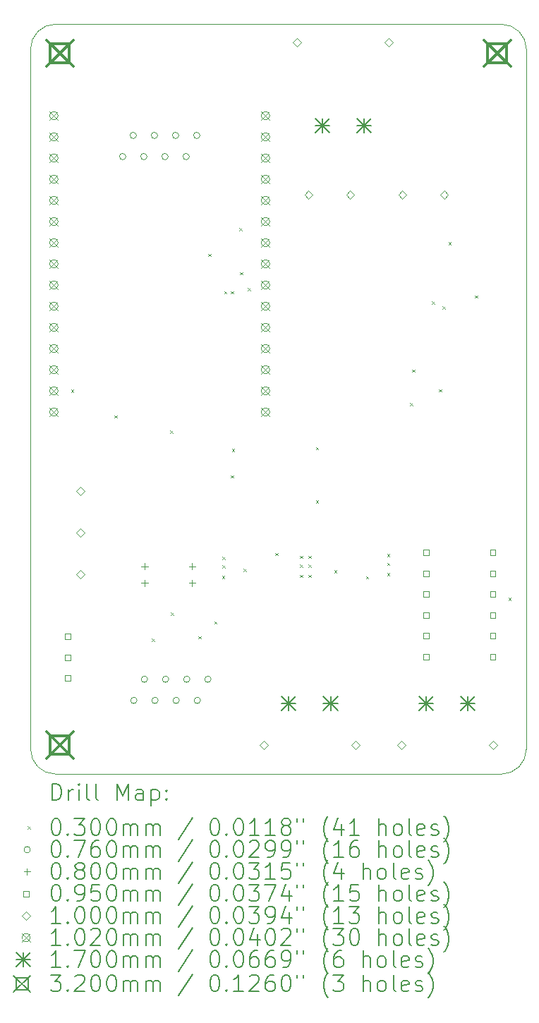
<source format=gbr>
%TF.GenerationSoftware,KiCad,Pcbnew,8.0.1-8.0.1-1~ubuntu22.04.1*%
%TF.CreationDate,2024-04-01T00:34:47-04:00*%
%TF.ProjectId,gripper_2024,67726970-7065-4725-9f32-3032342e6b69,rev?*%
%TF.SameCoordinates,Original*%
%TF.FileFunction,Drillmap*%
%TF.FilePolarity,Positive*%
%FSLAX45Y45*%
G04 Gerber Fmt 4.5, Leading zero omitted, Abs format (unit mm)*
G04 Created by KiCad (PCBNEW 8.0.1-8.0.1-1~ubuntu22.04.1) date 2024-04-01 00:34:47*
%MOMM*%
%LPD*%
G01*
G04 APERTURE LIST*
%ADD10C,0.050000*%
%ADD11C,0.200000*%
%ADD12C,0.100000*%
%ADD13C,0.102000*%
%ADD14C,0.170000*%
%ADD15C,0.320000*%
G04 APERTURE END LIST*
D10*
X2000000Y-10600000D02*
G75*
G02*
X1700000Y-10300000I0J300000D01*
G01*
X1700000Y-1900000D02*
X1700000Y-10300000D01*
X2000000Y-10600000D02*
X7350000Y-10600000D01*
X1700000Y-1900000D02*
G75*
G02*
X2000000Y-1600000I300000J0D01*
G01*
X7350000Y-1600000D02*
G75*
G02*
X7650000Y-1900000I0J-300000D01*
G01*
X7650000Y-10300000D02*
X7650000Y-1900000D01*
X7350000Y-1600000D02*
X2000000Y-1600000D01*
X7650000Y-10300000D02*
G75*
G02*
X7350000Y-10600000I-300000J0D01*
G01*
D11*
D12*
X2185000Y-5985000D02*
X2215000Y-6015000D01*
X2215000Y-5985000D02*
X2185000Y-6015000D01*
X2705000Y-6295000D02*
X2735000Y-6325000D01*
X2735000Y-6295000D02*
X2705000Y-6325000D01*
X3155000Y-8975000D02*
X3185000Y-9005000D01*
X3185000Y-8975000D02*
X3155000Y-9005000D01*
X3375000Y-6475000D02*
X3405000Y-6505000D01*
X3405000Y-6475000D02*
X3375000Y-6505000D01*
X3385000Y-8660000D02*
X3415000Y-8690000D01*
X3415000Y-8660000D02*
X3385000Y-8690000D01*
X3715000Y-8945000D02*
X3745000Y-8975000D01*
X3745000Y-8945000D02*
X3715000Y-8975000D01*
X3835000Y-4355000D02*
X3865000Y-4385000D01*
X3865000Y-4355000D02*
X3835000Y-4385000D01*
X3905000Y-8765000D02*
X3935000Y-8795000D01*
X3935000Y-8765000D02*
X3905000Y-8795000D01*
X3998875Y-8219418D02*
X4028875Y-8249418D01*
X4028875Y-8219418D02*
X3998875Y-8249418D01*
X4000280Y-7991108D02*
X4030280Y-8021108D01*
X4030280Y-7991108D02*
X4000280Y-8021108D01*
X4000280Y-8095779D02*
X4030280Y-8125779D01*
X4030280Y-8095779D02*
X4000280Y-8125779D01*
X4025000Y-4805000D02*
X4055000Y-4835000D01*
X4055000Y-4805000D02*
X4025000Y-4835000D01*
X4105000Y-7015000D02*
X4135000Y-7045000D01*
X4135000Y-7015000D02*
X4105000Y-7045000D01*
X4105000Y-4805000D02*
X4135000Y-4835000D01*
X4135000Y-4805000D02*
X4105000Y-4835000D01*
X4115000Y-6695000D02*
X4145000Y-6725000D01*
X4145000Y-6695000D02*
X4115000Y-6725000D01*
X4205000Y-4045000D02*
X4235000Y-4075000D01*
X4235000Y-4045000D02*
X4205000Y-4075000D01*
X4215000Y-4575000D02*
X4245000Y-4605000D01*
X4245000Y-4575000D02*
X4215000Y-4605000D01*
X4255000Y-8135000D02*
X4285000Y-8165000D01*
X4285000Y-8135000D02*
X4255000Y-8165000D01*
X4305000Y-4765000D02*
X4335000Y-4795000D01*
X4335000Y-4765000D02*
X4305000Y-4795000D01*
X4635000Y-7945000D02*
X4665000Y-7975000D01*
X4665000Y-7945000D02*
X4635000Y-7975000D01*
X4933595Y-8208639D02*
X4963595Y-8238639D01*
X4963595Y-8208639D02*
X4933595Y-8238639D01*
X4935000Y-7980328D02*
X4965000Y-8010328D01*
X4965000Y-7980328D02*
X4935000Y-8010328D01*
X4935000Y-8085000D02*
X4965000Y-8115000D01*
X4965000Y-8085000D02*
X4935000Y-8115000D01*
X5033595Y-8208639D02*
X5063595Y-8238639D01*
X5063595Y-8208639D02*
X5033595Y-8238639D01*
X5035000Y-7980328D02*
X5065000Y-8010328D01*
X5065000Y-7980328D02*
X5035000Y-8010328D01*
X5035000Y-8085000D02*
X5065000Y-8115000D01*
X5065000Y-8085000D02*
X5035000Y-8115000D01*
X5125000Y-6675000D02*
X5155000Y-6705000D01*
X5155000Y-6675000D02*
X5125000Y-6705000D01*
X5125000Y-7315000D02*
X5155000Y-7345000D01*
X5155000Y-7315000D02*
X5125000Y-7345000D01*
X5345000Y-8155000D02*
X5375000Y-8185000D01*
X5375000Y-8155000D02*
X5345000Y-8185000D01*
X5725500Y-8225000D02*
X5755500Y-8255000D01*
X5755500Y-8225000D02*
X5725500Y-8255000D01*
X5979465Y-8188864D02*
X6009465Y-8218864D01*
X6009465Y-8188864D02*
X5979465Y-8218864D01*
X5980870Y-7960553D02*
X6010870Y-7990553D01*
X6010870Y-7960553D02*
X5980870Y-7990553D01*
X5980870Y-8065225D02*
X6010870Y-8095225D01*
X6010870Y-8065225D02*
X5980870Y-8095225D01*
X6255000Y-6145000D02*
X6285000Y-6175000D01*
X6285000Y-6145000D02*
X6255000Y-6175000D01*
X6277573Y-5742426D02*
X6307573Y-5772426D01*
X6307573Y-5742426D02*
X6277573Y-5772426D01*
X6515000Y-4925000D02*
X6545000Y-4955000D01*
X6545000Y-4925000D02*
X6515000Y-4955000D01*
X6600000Y-5980000D02*
X6630000Y-6010000D01*
X6630000Y-5980000D02*
X6600000Y-6010000D01*
X6645000Y-4985000D02*
X6675000Y-5015000D01*
X6675000Y-4985000D02*
X6645000Y-5015000D01*
X6715000Y-4215000D02*
X6745000Y-4245000D01*
X6745000Y-4215000D02*
X6715000Y-4245000D01*
X7035000Y-4855000D02*
X7065000Y-4885000D01*
X7065000Y-4855000D02*
X7035000Y-4885000D01*
X7435000Y-8485000D02*
X7465000Y-8515000D01*
X7465000Y-8485000D02*
X7435000Y-8515000D01*
X2843500Y-3189000D02*
G75*
G02*
X2767500Y-3189000I-38000J0D01*
G01*
X2767500Y-3189000D02*
G75*
G02*
X2843500Y-3189000I38000J0D01*
G01*
X2970500Y-2935000D02*
G75*
G02*
X2894500Y-2935000I-38000J0D01*
G01*
X2894500Y-2935000D02*
G75*
G02*
X2970500Y-2935000I38000J0D01*
G01*
X2977250Y-9715000D02*
G75*
G02*
X2901250Y-9715000I-38000J0D01*
G01*
X2901250Y-9715000D02*
G75*
G02*
X2977250Y-9715000I38000J0D01*
G01*
X3097500Y-3189000D02*
G75*
G02*
X3021500Y-3189000I-38000J0D01*
G01*
X3021500Y-3189000D02*
G75*
G02*
X3097500Y-3189000I38000J0D01*
G01*
X3104250Y-9461000D02*
G75*
G02*
X3028250Y-9461000I-38000J0D01*
G01*
X3028250Y-9461000D02*
G75*
G02*
X3104250Y-9461000I38000J0D01*
G01*
X3224500Y-2935000D02*
G75*
G02*
X3148500Y-2935000I-38000J0D01*
G01*
X3148500Y-2935000D02*
G75*
G02*
X3224500Y-2935000I38000J0D01*
G01*
X3231250Y-9715000D02*
G75*
G02*
X3155250Y-9715000I-38000J0D01*
G01*
X3155250Y-9715000D02*
G75*
G02*
X3231250Y-9715000I38000J0D01*
G01*
X3351500Y-3189000D02*
G75*
G02*
X3275500Y-3189000I-38000J0D01*
G01*
X3275500Y-3189000D02*
G75*
G02*
X3351500Y-3189000I38000J0D01*
G01*
X3358250Y-9461000D02*
G75*
G02*
X3282250Y-9461000I-38000J0D01*
G01*
X3282250Y-9461000D02*
G75*
G02*
X3358250Y-9461000I38000J0D01*
G01*
X3478500Y-2935000D02*
G75*
G02*
X3402500Y-2935000I-38000J0D01*
G01*
X3402500Y-2935000D02*
G75*
G02*
X3478500Y-2935000I38000J0D01*
G01*
X3485250Y-9715000D02*
G75*
G02*
X3409250Y-9715000I-38000J0D01*
G01*
X3409250Y-9715000D02*
G75*
G02*
X3485250Y-9715000I38000J0D01*
G01*
X3605500Y-3189000D02*
G75*
G02*
X3529500Y-3189000I-38000J0D01*
G01*
X3529500Y-3189000D02*
G75*
G02*
X3605500Y-3189000I38000J0D01*
G01*
X3612250Y-9461000D02*
G75*
G02*
X3536250Y-9461000I-38000J0D01*
G01*
X3536250Y-9461000D02*
G75*
G02*
X3612250Y-9461000I38000J0D01*
G01*
X3732500Y-2935000D02*
G75*
G02*
X3656500Y-2935000I-38000J0D01*
G01*
X3656500Y-2935000D02*
G75*
G02*
X3732500Y-2935000I38000J0D01*
G01*
X3739250Y-9715000D02*
G75*
G02*
X3663250Y-9715000I-38000J0D01*
G01*
X3663250Y-9715000D02*
G75*
G02*
X3739250Y-9715000I38000J0D01*
G01*
X3866250Y-9461000D02*
G75*
G02*
X3790250Y-9461000I-38000J0D01*
G01*
X3790250Y-9461000D02*
G75*
G02*
X3866250Y-9461000I38000J0D01*
G01*
X3070000Y-8065511D02*
X3070000Y-8145511D01*
X3030000Y-8105511D02*
X3110000Y-8105511D01*
X3070000Y-8265511D02*
X3070000Y-8345511D01*
X3030000Y-8305511D02*
X3110000Y-8305511D01*
X3640000Y-8065511D02*
X3640000Y-8145511D01*
X3600000Y-8105511D02*
X3680000Y-8105511D01*
X3640000Y-8265511D02*
X3640000Y-8345511D01*
X3600000Y-8305511D02*
X3680000Y-8305511D01*
X2181088Y-8983588D02*
X2181088Y-8916412D01*
X2113912Y-8916412D01*
X2113912Y-8983588D01*
X2181088Y-8983588D01*
X2181088Y-9233588D02*
X2181088Y-9166412D01*
X2113912Y-9166412D01*
X2113912Y-9233588D01*
X2181088Y-9233588D01*
X2181088Y-9483588D02*
X2181088Y-9416412D01*
X2113912Y-9416412D01*
X2113912Y-9483588D01*
X2181088Y-9483588D01*
X6481088Y-7973588D02*
X6481088Y-7906412D01*
X6413912Y-7906412D01*
X6413912Y-7973588D01*
X6481088Y-7973588D01*
X6481088Y-8223588D02*
X6481088Y-8156412D01*
X6413912Y-8156412D01*
X6413912Y-8223588D01*
X6481088Y-8223588D01*
X6481088Y-8473588D02*
X6481088Y-8406412D01*
X6413912Y-8406412D01*
X6413912Y-8473588D01*
X6481088Y-8473588D01*
X6481088Y-8723588D02*
X6481088Y-8656412D01*
X6413912Y-8656412D01*
X6413912Y-8723588D01*
X6481088Y-8723588D01*
X6481088Y-8973588D02*
X6481088Y-8906412D01*
X6413912Y-8906412D01*
X6413912Y-8973588D01*
X6481088Y-8973588D01*
X6481088Y-9223588D02*
X6481088Y-9156412D01*
X6413912Y-9156412D01*
X6413912Y-9223588D01*
X6481088Y-9223588D01*
X7281088Y-7973588D02*
X7281088Y-7906412D01*
X7213912Y-7906412D01*
X7213912Y-7973588D01*
X7281088Y-7973588D01*
X7281088Y-8223588D02*
X7281088Y-8156412D01*
X7213912Y-8156412D01*
X7213912Y-8223588D01*
X7281088Y-8223588D01*
X7281088Y-8473588D02*
X7281088Y-8406412D01*
X7213912Y-8406412D01*
X7213912Y-8473588D01*
X7281088Y-8473588D01*
X7281088Y-8723588D02*
X7281088Y-8656412D01*
X7213912Y-8656412D01*
X7213912Y-8723588D01*
X7281088Y-8723588D01*
X7281088Y-8973588D02*
X7281088Y-8906412D01*
X7213912Y-8906412D01*
X7213912Y-8973588D01*
X7281088Y-8973588D01*
X7281088Y-9223588D02*
X7281088Y-9156412D01*
X7213912Y-9156412D01*
X7213912Y-9223588D01*
X7281088Y-9223588D01*
X2300000Y-7250000D02*
X2350000Y-7200000D01*
X2300000Y-7150000D01*
X2250000Y-7200000D01*
X2300000Y-7250000D01*
X2300000Y-7750000D02*
X2350000Y-7700000D01*
X2300000Y-7650000D01*
X2250000Y-7700000D01*
X2300000Y-7750000D01*
X2300000Y-8250000D02*
X2350000Y-8200000D01*
X2300000Y-8150000D01*
X2250000Y-8200000D01*
X2300000Y-8250000D01*
X4500000Y-10300000D02*
X4550000Y-10250000D01*
X4500000Y-10200000D01*
X4450000Y-10250000D01*
X4500000Y-10300000D01*
X4900000Y-1870575D02*
X4950000Y-1820575D01*
X4900000Y-1770575D01*
X4850000Y-1820575D01*
X4900000Y-1870575D01*
X5036768Y-3700000D02*
X5086768Y-3650000D01*
X5036768Y-3600000D01*
X4986768Y-3650000D01*
X5036768Y-3700000D01*
X5536768Y-3700000D02*
X5586768Y-3650000D01*
X5536768Y-3600000D01*
X5486768Y-3650000D01*
X5536768Y-3700000D01*
X5600000Y-10300000D02*
X5650000Y-10250000D01*
X5600000Y-10200000D01*
X5550000Y-10250000D01*
X5600000Y-10300000D01*
X6000000Y-1870575D02*
X6050000Y-1820575D01*
X6000000Y-1770575D01*
X5950000Y-1820575D01*
X6000000Y-1870575D01*
X6150000Y-10300000D02*
X6200000Y-10250000D01*
X6150000Y-10200000D01*
X6100000Y-10250000D01*
X6150000Y-10300000D01*
X6163232Y-3700000D02*
X6213232Y-3650000D01*
X6163232Y-3600000D01*
X6113232Y-3650000D01*
X6163232Y-3700000D01*
X6663232Y-3700000D02*
X6713232Y-3650000D01*
X6663232Y-3600000D01*
X6613232Y-3650000D01*
X6663232Y-3700000D01*
X7250000Y-10300000D02*
X7300000Y-10250000D01*
X7250000Y-10200000D01*
X7200000Y-10250000D01*
X7250000Y-10300000D01*
D13*
X1929000Y-2647500D02*
X2031000Y-2749500D01*
X2031000Y-2647500D02*
X1929000Y-2749500D01*
X2031000Y-2698500D02*
G75*
G02*
X1929000Y-2698500I-51000J0D01*
G01*
X1929000Y-2698500D02*
G75*
G02*
X2031000Y-2698500I51000J0D01*
G01*
X1929000Y-2901500D02*
X2031000Y-3003500D01*
X2031000Y-2901500D02*
X1929000Y-3003500D01*
X2031000Y-2952500D02*
G75*
G02*
X1929000Y-2952500I-51000J0D01*
G01*
X1929000Y-2952500D02*
G75*
G02*
X2031000Y-2952500I51000J0D01*
G01*
X1929000Y-3155500D02*
X2031000Y-3257500D01*
X2031000Y-3155500D02*
X1929000Y-3257500D01*
X2031000Y-3206500D02*
G75*
G02*
X1929000Y-3206500I-51000J0D01*
G01*
X1929000Y-3206500D02*
G75*
G02*
X2031000Y-3206500I51000J0D01*
G01*
X1929000Y-3409500D02*
X2031000Y-3511500D01*
X2031000Y-3409500D02*
X1929000Y-3511500D01*
X2031000Y-3460500D02*
G75*
G02*
X1929000Y-3460500I-51000J0D01*
G01*
X1929000Y-3460500D02*
G75*
G02*
X2031000Y-3460500I51000J0D01*
G01*
X1929000Y-3663500D02*
X2031000Y-3765500D01*
X2031000Y-3663500D02*
X1929000Y-3765500D01*
X2031000Y-3714500D02*
G75*
G02*
X1929000Y-3714500I-51000J0D01*
G01*
X1929000Y-3714500D02*
G75*
G02*
X2031000Y-3714500I51000J0D01*
G01*
X1929000Y-3917500D02*
X2031000Y-4019500D01*
X2031000Y-3917500D02*
X1929000Y-4019500D01*
X2031000Y-3968500D02*
G75*
G02*
X1929000Y-3968500I-51000J0D01*
G01*
X1929000Y-3968500D02*
G75*
G02*
X2031000Y-3968500I51000J0D01*
G01*
X1929000Y-4171500D02*
X2031000Y-4273500D01*
X2031000Y-4171500D02*
X1929000Y-4273500D01*
X2031000Y-4222500D02*
G75*
G02*
X1929000Y-4222500I-51000J0D01*
G01*
X1929000Y-4222500D02*
G75*
G02*
X2031000Y-4222500I51000J0D01*
G01*
X1929000Y-4425500D02*
X2031000Y-4527500D01*
X2031000Y-4425500D02*
X1929000Y-4527500D01*
X2031000Y-4476500D02*
G75*
G02*
X1929000Y-4476500I-51000J0D01*
G01*
X1929000Y-4476500D02*
G75*
G02*
X2031000Y-4476500I51000J0D01*
G01*
X1929000Y-4679500D02*
X2031000Y-4781500D01*
X2031000Y-4679500D02*
X1929000Y-4781500D01*
X2031000Y-4730500D02*
G75*
G02*
X1929000Y-4730500I-51000J0D01*
G01*
X1929000Y-4730500D02*
G75*
G02*
X2031000Y-4730500I51000J0D01*
G01*
X1929000Y-4933500D02*
X2031000Y-5035500D01*
X2031000Y-4933500D02*
X1929000Y-5035500D01*
X2031000Y-4984500D02*
G75*
G02*
X1929000Y-4984500I-51000J0D01*
G01*
X1929000Y-4984500D02*
G75*
G02*
X2031000Y-4984500I51000J0D01*
G01*
X1929000Y-5187500D02*
X2031000Y-5289500D01*
X2031000Y-5187500D02*
X1929000Y-5289500D01*
X2031000Y-5238500D02*
G75*
G02*
X1929000Y-5238500I-51000J0D01*
G01*
X1929000Y-5238500D02*
G75*
G02*
X2031000Y-5238500I51000J0D01*
G01*
X1929000Y-5441500D02*
X2031000Y-5543500D01*
X2031000Y-5441500D02*
X1929000Y-5543500D01*
X2031000Y-5492500D02*
G75*
G02*
X1929000Y-5492500I-51000J0D01*
G01*
X1929000Y-5492500D02*
G75*
G02*
X2031000Y-5492500I51000J0D01*
G01*
X1929000Y-5695500D02*
X2031000Y-5797500D01*
X2031000Y-5695500D02*
X1929000Y-5797500D01*
X2031000Y-5746500D02*
G75*
G02*
X1929000Y-5746500I-51000J0D01*
G01*
X1929000Y-5746500D02*
G75*
G02*
X2031000Y-5746500I51000J0D01*
G01*
X1929000Y-5949500D02*
X2031000Y-6051500D01*
X2031000Y-5949500D02*
X1929000Y-6051500D01*
X2031000Y-6000500D02*
G75*
G02*
X1929000Y-6000500I-51000J0D01*
G01*
X1929000Y-6000500D02*
G75*
G02*
X2031000Y-6000500I51000J0D01*
G01*
X1929000Y-6203500D02*
X2031000Y-6305500D01*
X2031000Y-6203500D02*
X1929000Y-6305500D01*
X2031000Y-6254500D02*
G75*
G02*
X1929000Y-6254500I-51000J0D01*
G01*
X1929000Y-6254500D02*
G75*
G02*
X2031000Y-6254500I51000J0D01*
G01*
X4469000Y-2647500D02*
X4571000Y-2749500D01*
X4571000Y-2647500D02*
X4469000Y-2749500D01*
X4571000Y-2698500D02*
G75*
G02*
X4469000Y-2698500I-51000J0D01*
G01*
X4469000Y-2698500D02*
G75*
G02*
X4571000Y-2698500I51000J0D01*
G01*
X4469000Y-2901500D02*
X4571000Y-3003500D01*
X4571000Y-2901500D02*
X4469000Y-3003500D01*
X4571000Y-2952500D02*
G75*
G02*
X4469000Y-2952500I-51000J0D01*
G01*
X4469000Y-2952500D02*
G75*
G02*
X4571000Y-2952500I51000J0D01*
G01*
X4469000Y-3155500D02*
X4571000Y-3257500D01*
X4571000Y-3155500D02*
X4469000Y-3257500D01*
X4571000Y-3206500D02*
G75*
G02*
X4469000Y-3206500I-51000J0D01*
G01*
X4469000Y-3206500D02*
G75*
G02*
X4571000Y-3206500I51000J0D01*
G01*
X4469000Y-3409500D02*
X4571000Y-3511500D01*
X4571000Y-3409500D02*
X4469000Y-3511500D01*
X4571000Y-3460500D02*
G75*
G02*
X4469000Y-3460500I-51000J0D01*
G01*
X4469000Y-3460500D02*
G75*
G02*
X4571000Y-3460500I51000J0D01*
G01*
X4469000Y-3663500D02*
X4571000Y-3765500D01*
X4571000Y-3663500D02*
X4469000Y-3765500D01*
X4571000Y-3714500D02*
G75*
G02*
X4469000Y-3714500I-51000J0D01*
G01*
X4469000Y-3714500D02*
G75*
G02*
X4571000Y-3714500I51000J0D01*
G01*
X4469000Y-3917500D02*
X4571000Y-4019500D01*
X4571000Y-3917500D02*
X4469000Y-4019500D01*
X4571000Y-3968500D02*
G75*
G02*
X4469000Y-3968500I-51000J0D01*
G01*
X4469000Y-3968500D02*
G75*
G02*
X4571000Y-3968500I51000J0D01*
G01*
X4469000Y-4171500D02*
X4571000Y-4273500D01*
X4571000Y-4171500D02*
X4469000Y-4273500D01*
X4571000Y-4222500D02*
G75*
G02*
X4469000Y-4222500I-51000J0D01*
G01*
X4469000Y-4222500D02*
G75*
G02*
X4571000Y-4222500I51000J0D01*
G01*
X4469000Y-4425500D02*
X4571000Y-4527500D01*
X4571000Y-4425500D02*
X4469000Y-4527500D01*
X4571000Y-4476500D02*
G75*
G02*
X4469000Y-4476500I-51000J0D01*
G01*
X4469000Y-4476500D02*
G75*
G02*
X4571000Y-4476500I51000J0D01*
G01*
X4469000Y-4679500D02*
X4571000Y-4781500D01*
X4571000Y-4679500D02*
X4469000Y-4781500D01*
X4571000Y-4730500D02*
G75*
G02*
X4469000Y-4730500I-51000J0D01*
G01*
X4469000Y-4730500D02*
G75*
G02*
X4571000Y-4730500I51000J0D01*
G01*
X4469000Y-4933500D02*
X4571000Y-5035500D01*
X4571000Y-4933500D02*
X4469000Y-5035500D01*
X4571000Y-4984500D02*
G75*
G02*
X4469000Y-4984500I-51000J0D01*
G01*
X4469000Y-4984500D02*
G75*
G02*
X4571000Y-4984500I51000J0D01*
G01*
X4469000Y-5187500D02*
X4571000Y-5289500D01*
X4571000Y-5187500D02*
X4469000Y-5289500D01*
X4571000Y-5238500D02*
G75*
G02*
X4469000Y-5238500I-51000J0D01*
G01*
X4469000Y-5238500D02*
G75*
G02*
X4571000Y-5238500I51000J0D01*
G01*
X4469000Y-5441500D02*
X4571000Y-5543500D01*
X4571000Y-5441500D02*
X4469000Y-5543500D01*
X4571000Y-5492500D02*
G75*
G02*
X4469000Y-5492500I-51000J0D01*
G01*
X4469000Y-5492500D02*
G75*
G02*
X4571000Y-5492500I51000J0D01*
G01*
X4469000Y-5695500D02*
X4571000Y-5797500D01*
X4571000Y-5695500D02*
X4469000Y-5797500D01*
X4571000Y-5746500D02*
G75*
G02*
X4469000Y-5746500I-51000J0D01*
G01*
X4469000Y-5746500D02*
G75*
G02*
X4571000Y-5746500I51000J0D01*
G01*
X4469000Y-5949500D02*
X4571000Y-6051500D01*
X4571000Y-5949500D02*
X4469000Y-6051500D01*
X4571000Y-6000500D02*
G75*
G02*
X4469000Y-6000500I-51000J0D01*
G01*
X4469000Y-6000500D02*
G75*
G02*
X4571000Y-6000500I51000J0D01*
G01*
X4469000Y-6203500D02*
X4571000Y-6305500D01*
X4571000Y-6203500D02*
X4469000Y-6305500D01*
X4571000Y-6254500D02*
G75*
G02*
X4469000Y-6254500I-51000J0D01*
G01*
X4469000Y-6254500D02*
G75*
G02*
X4571000Y-6254500I51000J0D01*
G01*
D14*
X4715000Y-9665000D02*
X4885000Y-9835000D01*
X4885000Y-9665000D02*
X4715000Y-9835000D01*
X4800000Y-9665000D02*
X4800000Y-9835000D01*
X4715000Y-9750000D02*
X4885000Y-9750000D01*
X5115000Y-2735575D02*
X5285000Y-2905575D01*
X5285000Y-2735575D02*
X5115000Y-2905575D01*
X5200000Y-2735575D02*
X5200000Y-2905575D01*
X5115000Y-2820575D02*
X5285000Y-2820575D01*
X5215000Y-9665000D02*
X5385000Y-9835000D01*
X5385000Y-9665000D02*
X5215000Y-9835000D01*
X5300000Y-9665000D02*
X5300000Y-9835000D01*
X5215000Y-9750000D02*
X5385000Y-9750000D01*
X5615000Y-2735575D02*
X5785000Y-2905575D01*
X5785000Y-2735575D02*
X5615000Y-2905575D01*
X5700000Y-2735575D02*
X5700000Y-2905575D01*
X5615000Y-2820575D02*
X5785000Y-2820575D01*
X6365000Y-9665000D02*
X6535000Y-9835000D01*
X6535000Y-9665000D02*
X6365000Y-9835000D01*
X6450000Y-9665000D02*
X6450000Y-9835000D01*
X6365000Y-9750000D02*
X6535000Y-9750000D01*
X6865000Y-9665000D02*
X7035000Y-9835000D01*
X7035000Y-9665000D02*
X6865000Y-9835000D01*
X6950000Y-9665000D02*
X6950000Y-9835000D01*
X6865000Y-9750000D02*
X7035000Y-9750000D01*
D15*
X1890000Y-1790000D02*
X2210000Y-2110000D01*
X2210000Y-1790000D02*
X1890000Y-2110000D01*
X2163138Y-2063138D02*
X2163138Y-1836862D01*
X1936862Y-1836862D01*
X1936862Y-2063138D01*
X2163138Y-2063138D01*
X1890000Y-10090000D02*
X2210000Y-10410000D01*
X2210000Y-10090000D02*
X1890000Y-10410000D01*
X2163138Y-10363138D02*
X2163138Y-10136862D01*
X1936862Y-10136862D01*
X1936862Y-10363138D01*
X2163138Y-10363138D01*
X7140000Y-1790000D02*
X7460000Y-2110000D01*
X7460000Y-1790000D02*
X7140000Y-2110000D01*
X7413138Y-2063138D02*
X7413138Y-1836862D01*
X7186862Y-1836862D01*
X7186862Y-2063138D01*
X7413138Y-2063138D01*
D11*
X1958277Y-10913984D02*
X1958277Y-10713984D01*
X1958277Y-10713984D02*
X2005896Y-10713984D01*
X2005896Y-10713984D02*
X2034467Y-10723508D01*
X2034467Y-10723508D02*
X2053515Y-10742555D01*
X2053515Y-10742555D02*
X2063039Y-10761603D01*
X2063039Y-10761603D02*
X2072562Y-10799698D01*
X2072562Y-10799698D02*
X2072562Y-10828270D01*
X2072562Y-10828270D02*
X2063039Y-10866365D01*
X2063039Y-10866365D02*
X2053515Y-10885412D01*
X2053515Y-10885412D02*
X2034467Y-10904460D01*
X2034467Y-10904460D02*
X2005896Y-10913984D01*
X2005896Y-10913984D02*
X1958277Y-10913984D01*
X2158277Y-10913984D02*
X2158277Y-10780650D01*
X2158277Y-10818746D02*
X2167801Y-10799698D01*
X2167801Y-10799698D02*
X2177324Y-10790174D01*
X2177324Y-10790174D02*
X2196372Y-10780650D01*
X2196372Y-10780650D02*
X2215420Y-10780650D01*
X2282086Y-10913984D02*
X2282086Y-10780650D01*
X2282086Y-10713984D02*
X2272563Y-10723508D01*
X2272563Y-10723508D02*
X2282086Y-10733031D01*
X2282086Y-10733031D02*
X2291610Y-10723508D01*
X2291610Y-10723508D02*
X2282086Y-10713984D01*
X2282086Y-10713984D02*
X2282086Y-10733031D01*
X2405896Y-10913984D02*
X2386848Y-10904460D01*
X2386848Y-10904460D02*
X2377324Y-10885412D01*
X2377324Y-10885412D02*
X2377324Y-10713984D01*
X2510658Y-10913984D02*
X2491610Y-10904460D01*
X2491610Y-10904460D02*
X2482086Y-10885412D01*
X2482086Y-10885412D02*
X2482086Y-10713984D01*
X2739229Y-10913984D02*
X2739229Y-10713984D01*
X2739229Y-10713984D02*
X2805896Y-10856841D01*
X2805896Y-10856841D02*
X2872562Y-10713984D01*
X2872562Y-10713984D02*
X2872562Y-10913984D01*
X3053515Y-10913984D02*
X3053515Y-10809222D01*
X3053515Y-10809222D02*
X3043991Y-10790174D01*
X3043991Y-10790174D02*
X3024943Y-10780650D01*
X3024943Y-10780650D02*
X2986848Y-10780650D01*
X2986848Y-10780650D02*
X2967801Y-10790174D01*
X3053515Y-10904460D02*
X3034467Y-10913984D01*
X3034467Y-10913984D02*
X2986848Y-10913984D01*
X2986848Y-10913984D02*
X2967801Y-10904460D01*
X2967801Y-10904460D02*
X2958277Y-10885412D01*
X2958277Y-10885412D02*
X2958277Y-10866365D01*
X2958277Y-10866365D02*
X2967801Y-10847317D01*
X2967801Y-10847317D02*
X2986848Y-10837793D01*
X2986848Y-10837793D02*
X3034467Y-10837793D01*
X3034467Y-10837793D02*
X3053515Y-10828270D01*
X3148753Y-10780650D02*
X3148753Y-10980650D01*
X3148753Y-10790174D02*
X3167801Y-10780650D01*
X3167801Y-10780650D02*
X3205896Y-10780650D01*
X3205896Y-10780650D02*
X3224943Y-10790174D01*
X3224943Y-10790174D02*
X3234467Y-10799698D01*
X3234467Y-10799698D02*
X3243991Y-10818746D01*
X3243991Y-10818746D02*
X3243991Y-10875889D01*
X3243991Y-10875889D02*
X3234467Y-10894936D01*
X3234467Y-10894936D02*
X3224943Y-10904460D01*
X3224943Y-10904460D02*
X3205896Y-10913984D01*
X3205896Y-10913984D02*
X3167801Y-10913984D01*
X3167801Y-10913984D02*
X3148753Y-10904460D01*
X3329705Y-10894936D02*
X3339229Y-10904460D01*
X3339229Y-10904460D02*
X3329705Y-10913984D01*
X3329705Y-10913984D02*
X3320182Y-10904460D01*
X3320182Y-10904460D02*
X3329705Y-10894936D01*
X3329705Y-10894936D02*
X3329705Y-10913984D01*
X3329705Y-10790174D02*
X3339229Y-10799698D01*
X3339229Y-10799698D02*
X3329705Y-10809222D01*
X3329705Y-10809222D02*
X3320182Y-10799698D01*
X3320182Y-10799698D02*
X3329705Y-10790174D01*
X3329705Y-10790174D02*
X3329705Y-10809222D01*
D12*
X1667500Y-11227500D02*
X1697500Y-11257500D01*
X1697500Y-11227500D02*
X1667500Y-11257500D01*
D11*
X1996372Y-11133984D02*
X2015420Y-11133984D01*
X2015420Y-11133984D02*
X2034467Y-11143508D01*
X2034467Y-11143508D02*
X2043991Y-11153031D01*
X2043991Y-11153031D02*
X2053515Y-11172079D01*
X2053515Y-11172079D02*
X2063039Y-11210174D01*
X2063039Y-11210174D02*
X2063039Y-11257793D01*
X2063039Y-11257793D02*
X2053515Y-11295888D01*
X2053515Y-11295888D02*
X2043991Y-11314936D01*
X2043991Y-11314936D02*
X2034467Y-11324460D01*
X2034467Y-11324460D02*
X2015420Y-11333984D01*
X2015420Y-11333984D02*
X1996372Y-11333984D01*
X1996372Y-11333984D02*
X1977324Y-11324460D01*
X1977324Y-11324460D02*
X1967801Y-11314936D01*
X1967801Y-11314936D02*
X1958277Y-11295888D01*
X1958277Y-11295888D02*
X1948753Y-11257793D01*
X1948753Y-11257793D02*
X1948753Y-11210174D01*
X1948753Y-11210174D02*
X1958277Y-11172079D01*
X1958277Y-11172079D02*
X1967801Y-11153031D01*
X1967801Y-11153031D02*
X1977324Y-11143508D01*
X1977324Y-11143508D02*
X1996372Y-11133984D01*
X2148753Y-11314936D02*
X2158277Y-11324460D01*
X2158277Y-11324460D02*
X2148753Y-11333984D01*
X2148753Y-11333984D02*
X2139229Y-11324460D01*
X2139229Y-11324460D02*
X2148753Y-11314936D01*
X2148753Y-11314936D02*
X2148753Y-11333984D01*
X2224944Y-11133984D02*
X2348753Y-11133984D01*
X2348753Y-11133984D02*
X2282086Y-11210174D01*
X2282086Y-11210174D02*
X2310658Y-11210174D01*
X2310658Y-11210174D02*
X2329705Y-11219698D01*
X2329705Y-11219698D02*
X2339229Y-11229222D01*
X2339229Y-11229222D02*
X2348753Y-11248269D01*
X2348753Y-11248269D02*
X2348753Y-11295888D01*
X2348753Y-11295888D02*
X2339229Y-11314936D01*
X2339229Y-11314936D02*
X2329705Y-11324460D01*
X2329705Y-11324460D02*
X2310658Y-11333984D01*
X2310658Y-11333984D02*
X2253515Y-11333984D01*
X2253515Y-11333984D02*
X2234467Y-11324460D01*
X2234467Y-11324460D02*
X2224944Y-11314936D01*
X2472563Y-11133984D02*
X2491610Y-11133984D01*
X2491610Y-11133984D02*
X2510658Y-11143508D01*
X2510658Y-11143508D02*
X2520182Y-11153031D01*
X2520182Y-11153031D02*
X2529705Y-11172079D01*
X2529705Y-11172079D02*
X2539229Y-11210174D01*
X2539229Y-11210174D02*
X2539229Y-11257793D01*
X2539229Y-11257793D02*
X2529705Y-11295888D01*
X2529705Y-11295888D02*
X2520182Y-11314936D01*
X2520182Y-11314936D02*
X2510658Y-11324460D01*
X2510658Y-11324460D02*
X2491610Y-11333984D01*
X2491610Y-11333984D02*
X2472563Y-11333984D01*
X2472563Y-11333984D02*
X2453515Y-11324460D01*
X2453515Y-11324460D02*
X2443991Y-11314936D01*
X2443991Y-11314936D02*
X2434467Y-11295888D01*
X2434467Y-11295888D02*
X2424944Y-11257793D01*
X2424944Y-11257793D02*
X2424944Y-11210174D01*
X2424944Y-11210174D02*
X2434467Y-11172079D01*
X2434467Y-11172079D02*
X2443991Y-11153031D01*
X2443991Y-11153031D02*
X2453515Y-11143508D01*
X2453515Y-11143508D02*
X2472563Y-11133984D01*
X2663039Y-11133984D02*
X2682086Y-11133984D01*
X2682086Y-11133984D02*
X2701134Y-11143508D01*
X2701134Y-11143508D02*
X2710658Y-11153031D01*
X2710658Y-11153031D02*
X2720182Y-11172079D01*
X2720182Y-11172079D02*
X2729705Y-11210174D01*
X2729705Y-11210174D02*
X2729705Y-11257793D01*
X2729705Y-11257793D02*
X2720182Y-11295888D01*
X2720182Y-11295888D02*
X2710658Y-11314936D01*
X2710658Y-11314936D02*
X2701134Y-11324460D01*
X2701134Y-11324460D02*
X2682086Y-11333984D01*
X2682086Y-11333984D02*
X2663039Y-11333984D01*
X2663039Y-11333984D02*
X2643991Y-11324460D01*
X2643991Y-11324460D02*
X2634467Y-11314936D01*
X2634467Y-11314936D02*
X2624944Y-11295888D01*
X2624944Y-11295888D02*
X2615420Y-11257793D01*
X2615420Y-11257793D02*
X2615420Y-11210174D01*
X2615420Y-11210174D02*
X2624944Y-11172079D01*
X2624944Y-11172079D02*
X2634467Y-11153031D01*
X2634467Y-11153031D02*
X2643991Y-11143508D01*
X2643991Y-11143508D02*
X2663039Y-11133984D01*
X2815420Y-11333984D02*
X2815420Y-11200650D01*
X2815420Y-11219698D02*
X2824943Y-11210174D01*
X2824943Y-11210174D02*
X2843991Y-11200650D01*
X2843991Y-11200650D02*
X2872563Y-11200650D01*
X2872563Y-11200650D02*
X2891610Y-11210174D01*
X2891610Y-11210174D02*
X2901134Y-11229222D01*
X2901134Y-11229222D02*
X2901134Y-11333984D01*
X2901134Y-11229222D02*
X2910658Y-11210174D01*
X2910658Y-11210174D02*
X2929705Y-11200650D01*
X2929705Y-11200650D02*
X2958277Y-11200650D01*
X2958277Y-11200650D02*
X2977324Y-11210174D01*
X2977324Y-11210174D02*
X2986848Y-11229222D01*
X2986848Y-11229222D02*
X2986848Y-11333984D01*
X3082086Y-11333984D02*
X3082086Y-11200650D01*
X3082086Y-11219698D02*
X3091610Y-11210174D01*
X3091610Y-11210174D02*
X3110658Y-11200650D01*
X3110658Y-11200650D02*
X3139229Y-11200650D01*
X3139229Y-11200650D02*
X3158277Y-11210174D01*
X3158277Y-11210174D02*
X3167801Y-11229222D01*
X3167801Y-11229222D02*
X3167801Y-11333984D01*
X3167801Y-11229222D02*
X3177324Y-11210174D01*
X3177324Y-11210174D02*
X3196372Y-11200650D01*
X3196372Y-11200650D02*
X3224943Y-11200650D01*
X3224943Y-11200650D02*
X3243991Y-11210174D01*
X3243991Y-11210174D02*
X3253515Y-11229222D01*
X3253515Y-11229222D02*
X3253515Y-11333984D01*
X3643991Y-11124460D02*
X3472563Y-11381603D01*
X3901134Y-11133984D02*
X3920182Y-11133984D01*
X3920182Y-11133984D02*
X3939229Y-11143508D01*
X3939229Y-11143508D02*
X3948753Y-11153031D01*
X3948753Y-11153031D02*
X3958277Y-11172079D01*
X3958277Y-11172079D02*
X3967801Y-11210174D01*
X3967801Y-11210174D02*
X3967801Y-11257793D01*
X3967801Y-11257793D02*
X3958277Y-11295888D01*
X3958277Y-11295888D02*
X3948753Y-11314936D01*
X3948753Y-11314936D02*
X3939229Y-11324460D01*
X3939229Y-11324460D02*
X3920182Y-11333984D01*
X3920182Y-11333984D02*
X3901134Y-11333984D01*
X3901134Y-11333984D02*
X3882086Y-11324460D01*
X3882086Y-11324460D02*
X3872563Y-11314936D01*
X3872563Y-11314936D02*
X3863039Y-11295888D01*
X3863039Y-11295888D02*
X3853515Y-11257793D01*
X3853515Y-11257793D02*
X3853515Y-11210174D01*
X3853515Y-11210174D02*
X3863039Y-11172079D01*
X3863039Y-11172079D02*
X3872563Y-11153031D01*
X3872563Y-11153031D02*
X3882086Y-11143508D01*
X3882086Y-11143508D02*
X3901134Y-11133984D01*
X4053515Y-11314936D02*
X4063039Y-11324460D01*
X4063039Y-11324460D02*
X4053515Y-11333984D01*
X4053515Y-11333984D02*
X4043991Y-11324460D01*
X4043991Y-11324460D02*
X4053515Y-11314936D01*
X4053515Y-11314936D02*
X4053515Y-11333984D01*
X4186848Y-11133984D02*
X4205896Y-11133984D01*
X4205896Y-11133984D02*
X4224944Y-11143508D01*
X4224944Y-11143508D02*
X4234468Y-11153031D01*
X4234468Y-11153031D02*
X4243991Y-11172079D01*
X4243991Y-11172079D02*
X4253515Y-11210174D01*
X4253515Y-11210174D02*
X4253515Y-11257793D01*
X4253515Y-11257793D02*
X4243991Y-11295888D01*
X4243991Y-11295888D02*
X4234468Y-11314936D01*
X4234468Y-11314936D02*
X4224944Y-11324460D01*
X4224944Y-11324460D02*
X4205896Y-11333984D01*
X4205896Y-11333984D02*
X4186848Y-11333984D01*
X4186848Y-11333984D02*
X4167801Y-11324460D01*
X4167801Y-11324460D02*
X4158277Y-11314936D01*
X4158277Y-11314936D02*
X4148753Y-11295888D01*
X4148753Y-11295888D02*
X4139229Y-11257793D01*
X4139229Y-11257793D02*
X4139229Y-11210174D01*
X4139229Y-11210174D02*
X4148753Y-11172079D01*
X4148753Y-11172079D02*
X4158277Y-11153031D01*
X4158277Y-11153031D02*
X4167801Y-11143508D01*
X4167801Y-11143508D02*
X4186848Y-11133984D01*
X4443991Y-11333984D02*
X4329706Y-11333984D01*
X4386848Y-11333984D02*
X4386848Y-11133984D01*
X4386848Y-11133984D02*
X4367801Y-11162555D01*
X4367801Y-11162555D02*
X4348753Y-11181603D01*
X4348753Y-11181603D02*
X4329706Y-11191127D01*
X4634468Y-11333984D02*
X4520182Y-11333984D01*
X4577325Y-11333984D02*
X4577325Y-11133984D01*
X4577325Y-11133984D02*
X4558277Y-11162555D01*
X4558277Y-11162555D02*
X4539229Y-11181603D01*
X4539229Y-11181603D02*
X4520182Y-11191127D01*
X4748753Y-11219698D02*
X4729706Y-11210174D01*
X4729706Y-11210174D02*
X4720182Y-11200650D01*
X4720182Y-11200650D02*
X4710658Y-11181603D01*
X4710658Y-11181603D02*
X4710658Y-11172079D01*
X4710658Y-11172079D02*
X4720182Y-11153031D01*
X4720182Y-11153031D02*
X4729706Y-11143508D01*
X4729706Y-11143508D02*
X4748753Y-11133984D01*
X4748753Y-11133984D02*
X4786849Y-11133984D01*
X4786849Y-11133984D02*
X4805896Y-11143508D01*
X4805896Y-11143508D02*
X4815420Y-11153031D01*
X4815420Y-11153031D02*
X4824944Y-11172079D01*
X4824944Y-11172079D02*
X4824944Y-11181603D01*
X4824944Y-11181603D02*
X4815420Y-11200650D01*
X4815420Y-11200650D02*
X4805896Y-11210174D01*
X4805896Y-11210174D02*
X4786849Y-11219698D01*
X4786849Y-11219698D02*
X4748753Y-11219698D01*
X4748753Y-11219698D02*
X4729706Y-11229222D01*
X4729706Y-11229222D02*
X4720182Y-11238746D01*
X4720182Y-11238746D02*
X4710658Y-11257793D01*
X4710658Y-11257793D02*
X4710658Y-11295888D01*
X4710658Y-11295888D02*
X4720182Y-11314936D01*
X4720182Y-11314936D02*
X4729706Y-11324460D01*
X4729706Y-11324460D02*
X4748753Y-11333984D01*
X4748753Y-11333984D02*
X4786849Y-11333984D01*
X4786849Y-11333984D02*
X4805896Y-11324460D01*
X4805896Y-11324460D02*
X4815420Y-11314936D01*
X4815420Y-11314936D02*
X4824944Y-11295888D01*
X4824944Y-11295888D02*
X4824944Y-11257793D01*
X4824944Y-11257793D02*
X4815420Y-11238746D01*
X4815420Y-11238746D02*
X4805896Y-11229222D01*
X4805896Y-11229222D02*
X4786849Y-11219698D01*
X4901134Y-11133984D02*
X4901134Y-11172079D01*
X4977325Y-11133984D02*
X4977325Y-11172079D01*
X5272563Y-11410174D02*
X5263039Y-11400650D01*
X5263039Y-11400650D02*
X5243991Y-11372079D01*
X5243991Y-11372079D02*
X5234468Y-11353031D01*
X5234468Y-11353031D02*
X5224944Y-11324460D01*
X5224944Y-11324460D02*
X5215420Y-11276841D01*
X5215420Y-11276841D02*
X5215420Y-11238746D01*
X5215420Y-11238746D02*
X5224944Y-11191127D01*
X5224944Y-11191127D02*
X5234468Y-11162555D01*
X5234468Y-11162555D02*
X5243991Y-11143508D01*
X5243991Y-11143508D02*
X5263039Y-11114936D01*
X5263039Y-11114936D02*
X5272563Y-11105412D01*
X5434468Y-11200650D02*
X5434468Y-11333984D01*
X5386849Y-11124460D02*
X5339230Y-11267317D01*
X5339230Y-11267317D02*
X5463039Y-11267317D01*
X5643991Y-11333984D02*
X5529706Y-11333984D01*
X5586849Y-11333984D02*
X5586849Y-11133984D01*
X5586849Y-11133984D02*
X5567801Y-11162555D01*
X5567801Y-11162555D02*
X5548753Y-11181603D01*
X5548753Y-11181603D02*
X5529706Y-11191127D01*
X5882087Y-11333984D02*
X5882087Y-11133984D01*
X5967801Y-11333984D02*
X5967801Y-11229222D01*
X5967801Y-11229222D02*
X5958277Y-11210174D01*
X5958277Y-11210174D02*
X5939230Y-11200650D01*
X5939230Y-11200650D02*
X5910658Y-11200650D01*
X5910658Y-11200650D02*
X5891610Y-11210174D01*
X5891610Y-11210174D02*
X5882087Y-11219698D01*
X6091610Y-11333984D02*
X6072563Y-11324460D01*
X6072563Y-11324460D02*
X6063039Y-11314936D01*
X6063039Y-11314936D02*
X6053515Y-11295888D01*
X6053515Y-11295888D02*
X6053515Y-11238746D01*
X6053515Y-11238746D02*
X6063039Y-11219698D01*
X6063039Y-11219698D02*
X6072563Y-11210174D01*
X6072563Y-11210174D02*
X6091610Y-11200650D01*
X6091610Y-11200650D02*
X6120182Y-11200650D01*
X6120182Y-11200650D02*
X6139230Y-11210174D01*
X6139230Y-11210174D02*
X6148753Y-11219698D01*
X6148753Y-11219698D02*
X6158277Y-11238746D01*
X6158277Y-11238746D02*
X6158277Y-11295888D01*
X6158277Y-11295888D02*
X6148753Y-11314936D01*
X6148753Y-11314936D02*
X6139230Y-11324460D01*
X6139230Y-11324460D02*
X6120182Y-11333984D01*
X6120182Y-11333984D02*
X6091610Y-11333984D01*
X6272563Y-11333984D02*
X6253515Y-11324460D01*
X6253515Y-11324460D02*
X6243991Y-11305412D01*
X6243991Y-11305412D02*
X6243991Y-11133984D01*
X6424944Y-11324460D02*
X6405896Y-11333984D01*
X6405896Y-11333984D02*
X6367801Y-11333984D01*
X6367801Y-11333984D02*
X6348753Y-11324460D01*
X6348753Y-11324460D02*
X6339230Y-11305412D01*
X6339230Y-11305412D02*
X6339230Y-11229222D01*
X6339230Y-11229222D02*
X6348753Y-11210174D01*
X6348753Y-11210174D02*
X6367801Y-11200650D01*
X6367801Y-11200650D02*
X6405896Y-11200650D01*
X6405896Y-11200650D02*
X6424944Y-11210174D01*
X6424944Y-11210174D02*
X6434468Y-11229222D01*
X6434468Y-11229222D02*
X6434468Y-11248269D01*
X6434468Y-11248269D02*
X6339230Y-11267317D01*
X6510658Y-11324460D02*
X6529706Y-11333984D01*
X6529706Y-11333984D02*
X6567801Y-11333984D01*
X6567801Y-11333984D02*
X6586849Y-11324460D01*
X6586849Y-11324460D02*
X6596372Y-11305412D01*
X6596372Y-11305412D02*
X6596372Y-11295888D01*
X6596372Y-11295888D02*
X6586849Y-11276841D01*
X6586849Y-11276841D02*
X6567801Y-11267317D01*
X6567801Y-11267317D02*
X6539230Y-11267317D01*
X6539230Y-11267317D02*
X6520182Y-11257793D01*
X6520182Y-11257793D02*
X6510658Y-11238746D01*
X6510658Y-11238746D02*
X6510658Y-11229222D01*
X6510658Y-11229222D02*
X6520182Y-11210174D01*
X6520182Y-11210174D02*
X6539230Y-11200650D01*
X6539230Y-11200650D02*
X6567801Y-11200650D01*
X6567801Y-11200650D02*
X6586849Y-11210174D01*
X6663039Y-11410174D02*
X6672563Y-11400650D01*
X6672563Y-11400650D02*
X6691611Y-11372079D01*
X6691611Y-11372079D02*
X6701134Y-11353031D01*
X6701134Y-11353031D02*
X6710658Y-11324460D01*
X6710658Y-11324460D02*
X6720182Y-11276841D01*
X6720182Y-11276841D02*
X6720182Y-11238746D01*
X6720182Y-11238746D02*
X6710658Y-11191127D01*
X6710658Y-11191127D02*
X6701134Y-11162555D01*
X6701134Y-11162555D02*
X6691611Y-11143508D01*
X6691611Y-11143508D02*
X6672563Y-11114936D01*
X6672563Y-11114936D02*
X6663039Y-11105412D01*
D12*
X1697500Y-11506500D02*
G75*
G02*
X1621500Y-11506500I-38000J0D01*
G01*
X1621500Y-11506500D02*
G75*
G02*
X1697500Y-11506500I38000J0D01*
G01*
D11*
X1996372Y-11397984D02*
X2015420Y-11397984D01*
X2015420Y-11397984D02*
X2034467Y-11407508D01*
X2034467Y-11407508D02*
X2043991Y-11417031D01*
X2043991Y-11417031D02*
X2053515Y-11436079D01*
X2053515Y-11436079D02*
X2063039Y-11474174D01*
X2063039Y-11474174D02*
X2063039Y-11521793D01*
X2063039Y-11521793D02*
X2053515Y-11559888D01*
X2053515Y-11559888D02*
X2043991Y-11578936D01*
X2043991Y-11578936D02*
X2034467Y-11588460D01*
X2034467Y-11588460D02*
X2015420Y-11597984D01*
X2015420Y-11597984D02*
X1996372Y-11597984D01*
X1996372Y-11597984D02*
X1977324Y-11588460D01*
X1977324Y-11588460D02*
X1967801Y-11578936D01*
X1967801Y-11578936D02*
X1958277Y-11559888D01*
X1958277Y-11559888D02*
X1948753Y-11521793D01*
X1948753Y-11521793D02*
X1948753Y-11474174D01*
X1948753Y-11474174D02*
X1958277Y-11436079D01*
X1958277Y-11436079D02*
X1967801Y-11417031D01*
X1967801Y-11417031D02*
X1977324Y-11407508D01*
X1977324Y-11407508D02*
X1996372Y-11397984D01*
X2148753Y-11578936D02*
X2158277Y-11588460D01*
X2158277Y-11588460D02*
X2148753Y-11597984D01*
X2148753Y-11597984D02*
X2139229Y-11588460D01*
X2139229Y-11588460D02*
X2148753Y-11578936D01*
X2148753Y-11578936D02*
X2148753Y-11597984D01*
X2224944Y-11397984D02*
X2358277Y-11397984D01*
X2358277Y-11397984D02*
X2272563Y-11597984D01*
X2520182Y-11397984D02*
X2482086Y-11397984D01*
X2482086Y-11397984D02*
X2463039Y-11407508D01*
X2463039Y-11407508D02*
X2453515Y-11417031D01*
X2453515Y-11417031D02*
X2434467Y-11445603D01*
X2434467Y-11445603D02*
X2424944Y-11483698D01*
X2424944Y-11483698D02*
X2424944Y-11559888D01*
X2424944Y-11559888D02*
X2434467Y-11578936D01*
X2434467Y-11578936D02*
X2443991Y-11588460D01*
X2443991Y-11588460D02*
X2463039Y-11597984D01*
X2463039Y-11597984D02*
X2501134Y-11597984D01*
X2501134Y-11597984D02*
X2520182Y-11588460D01*
X2520182Y-11588460D02*
X2529705Y-11578936D01*
X2529705Y-11578936D02*
X2539229Y-11559888D01*
X2539229Y-11559888D02*
X2539229Y-11512269D01*
X2539229Y-11512269D02*
X2529705Y-11493222D01*
X2529705Y-11493222D02*
X2520182Y-11483698D01*
X2520182Y-11483698D02*
X2501134Y-11474174D01*
X2501134Y-11474174D02*
X2463039Y-11474174D01*
X2463039Y-11474174D02*
X2443991Y-11483698D01*
X2443991Y-11483698D02*
X2434467Y-11493222D01*
X2434467Y-11493222D02*
X2424944Y-11512269D01*
X2663039Y-11397984D02*
X2682086Y-11397984D01*
X2682086Y-11397984D02*
X2701134Y-11407508D01*
X2701134Y-11407508D02*
X2710658Y-11417031D01*
X2710658Y-11417031D02*
X2720182Y-11436079D01*
X2720182Y-11436079D02*
X2729705Y-11474174D01*
X2729705Y-11474174D02*
X2729705Y-11521793D01*
X2729705Y-11521793D02*
X2720182Y-11559888D01*
X2720182Y-11559888D02*
X2710658Y-11578936D01*
X2710658Y-11578936D02*
X2701134Y-11588460D01*
X2701134Y-11588460D02*
X2682086Y-11597984D01*
X2682086Y-11597984D02*
X2663039Y-11597984D01*
X2663039Y-11597984D02*
X2643991Y-11588460D01*
X2643991Y-11588460D02*
X2634467Y-11578936D01*
X2634467Y-11578936D02*
X2624944Y-11559888D01*
X2624944Y-11559888D02*
X2615420Y-11521793D01*
X2615420Y-11521793D02*
X2615420Y-11474174D01*
X2615420Y-11474174D02*
X2624944Y-11436079D01*
X2624944Y-11436079D02*
X2634467Y-11417031D01*
X2634467Y-11417031D02*
X2643991Y-11407508D01*
X2643991Y-11407508D02*
X2663039Y-11397984D01*
X2815420Y-11597984D02*
X2815420Y-11464650D01*
X2815420Y-11483698D02*
X2824943Y-11474174D01*
X2824943Y-11474174D02*
X2843991Y-11464650D01*
X2843991Y-11464650D02*
X2872563Y-11464650D01*
X2872563Y-11464650D02*
X2891610Y-11474174D01*
X2891610Y-11474174D02*
X2901134Y-11493222D01*
X2901134Y-11493222D02*
X2901134Y-11597984D01*
X2901134Y-11493222D02*
X2910658Y-11474174D01*
X2910658Y-11474174D02*
X2929705Y-11464650D01*
X2929705Y-11464650D02*
X2958277Y-11464650D01*
X2958277Y-11464650D02*
X2977324Y-11474174D01*
X2977324Y-11474174D02*
X2986848Y-11493222D01*
X2986848Y-11493222D02*
X2986848Y-11597984D01*
X3082086Y-11597984D02*
X3082086Y-11464650D01*
X3082086Y-11483698D02*
X3091610Y-11474174D01*
X3091610Y-11474174D02*
X3110658Y-11464650D01*
X3110658Y-11464650D02*
X3139229Y-11464650D01*
X3139229Y-11464650D02*
X3158277Y-11474174D01*
X3158277Y-11474174D02*
X3167801Y-11493222D01*
X3167801Y-11493222D02*
X3167801Y-11597984D01*
X3167801Y-11493222D02*
X3177324Y-11474174D01*
X3177324Y-11474174D02*
X3196372Y-11464650D01*
X3196372Y-11464650D02*
X3224943Y-11464650D01*
X3224943Y-11464650D02*
X3243991Y-11474174D01*
X3243991Y-11474174D02*
X3253515Y-11493222D01*
X3253515Y-11493222D02*
X3253515Y-11597984D01*
X3643991Y-11388460D02*
X3472563Y-11645603D01*
X3901134Y-11397984D02*
X3920182Y-11397984D01*
X3920182Y-11397984D02*
X3939229Y-11407508D01*
X3939229Y-11407508D02*
X3948753Y-11417031D01*
X3948753Y-11417031D02*
X3958277Y-11436079D01*
X3958277Y-11436079D02*
X3967801Y-11474174D01*
X3967801Y-11474174D02*
X3967801Y-11521793D01*
X3967801Y-11521793D02*
X3958277Y-11559888D01*
X3958277Y-11559888D02*
X3948753Y-11578936D01*
X3948753Y-11578936D02*
X3939229Y-11588460D01*
X3939229Y-11588460D02*
X3920182Y-11597984D01*
X3920182Y-11597984D02*
X3901134Y-11597984D01*
X3901134Y-11597984D02*
X3882086Y-11588460D01*
X3882086Y-11588460D02*
X3872563Y-11578936D01*
X3872563Y-11578936D02*
X3863039Y-11559888D01*
X3863039Y-11559888D02*
X3853515Y-11521793D01*
X3853515Y-11521793D02*
X3853515Y-11474174D01*
X3853515Y-11474174D02*
X3863039Y-11436079D01*
X3863039Y-11436079D02*
X3872563Y-11417031D01*
X3872563Y-11417031D02*
X3882086Y-11407508D01*
X3882086Y-11407508D02*
X3901134Y-11397984D01*
X4053515Y-11578936D02*
X4063039Y-11588460D01*
X4063039Y-11588460D02*
X4053515Y-11597984D01*
X4053515Y-11597984D02*
X4043991Y-11588460D01*
X4043991Y-11588460D02*
X4053515Y-11578936D01*
X4053515Y-11578936D02*
X4053515Y-11597984D01*
X4186848Y-11397984D02*
X4205896Y-11397984D01*
X4205896Y-11397984D02*
X4224944Y-11407508D01*
X4224944Y-11407508D02*
X4234468Y-11417031D01*
X4234468Y-11417031D02*
X4243991Y-11436079D01*
X4243991Y-11436079D02*
X4253515Y-11474174D01*
X4253515Y-11474174D02*
X4253515Y-11521793D01*
X4253515Y-11521793D02*
X4243991Y-11559888D01*
X4243991Y-11559888D02*
X4234468Y-11578936D01*
X4234468Y-11578936D02*
X4224944Y-11588460D01*
X4224944Y-11588460D02*
X4205896Y-11597984D01*
X4205896Y-11597984D02*
X4186848Y-11597984D01*
X4186848Y-11597984D02*
X4167801Y-11588460D01*
X4167801Y-11588460D02*
X4158277Y-11578936D01*
X4158277Y-11578936D02*
X4148753Y-11559888D01*
X4148753Y-11559888D02*
X4139229Y-11521793D01*
X4139229Y-11521793D02*
X4139229Y-11474174D01*
X4139229Y-11474174D02*
X4148753Y-11436079D01*
X4148753Y-11436079D02*
X4158277Y-11417031D01*
X4158277Y-11417031D02*
X4167801Y-11407508D01*
X4167801Y-11407508D02*
X4186848Y-11397984D01*
X4329706Y-11417031D02*
X4339229Y-11407508D01*
X4339229Y-11407508D02*
X4358277Y-11397984D01*
X4358277Y-11397984D02*
X4405896Y-11397984D01*
X4405896Y-11397984D02*
X4424944Y-11407508D01*
X4424944Y-11407508D02*
X4434468Y-11417031D01*
X4434468Y-11417031D02*
X4443991Y-11436079D01*
X4443991Y-11436079D02*
X4443991Y-11455127D01*
X4443991Y-11455127D02*
X4434468Y-11483698D01*
X4434468Y-11483698D02*
X4320182Y-11597984D01*
X4320182Y-11597984D02*
X4443991Y-11597984D01*
X4539229Y-11597984D02*
X4577325Y-11597984D01*
X4577325Y-11597984D02*
X4596372Y-11588460D01*
X4596372Y-11588460D02*
X4605896Y-11578936D01*
X4605896Y-11578936D02*
X4624944Y-11550365D01*
X4624944Y-11550365D02*
X4634468Y-11512269D01*
X4634468Y-11512269D02*
X4634468Y-11436079D01*
X4634468Y-11436079D02*
X4624944Y-11417031D01*
X4624944Y-11417031D02*
X4615420Y-11407508D01*
X4615420Y-11407508D02*
X4596372Y-11397984D01*
X4596372Y-11397984D02*
X4558277Y-11397984D01*
X4558277Y-11397984D02*
X4539229Y-11407508D01*
X4539229Y-11407508D02*
X4529706Y-11417031D01*
X4529706Y-11417031D02*
X4520182Y-11436079D01*
X4520182Y-11436079D02*
X4520182Y-11483698D01*
X4520182Y-11483698D02*
X4529706Y-11502746D01*
X4529706Y-11502746D02*
X4539229Y-11512269D01*
X4539229Y-11512269D02*
X4558277Y-11521793D01*
X4558277Y-11521793D02*
X4596372Y-11521793D01*
X4596372Y-11521793D02*
X4615420Y-11512269D01*
X4615420Y-11512269D02*
X4624944Y-11502746D01*
X4624944Y-11502746D02*
X4634468Y-11483698D01*
X4729706Y-11597984D02*
X4767801Y-11597984D01*
X4767801Y-11597984D02*
X4786849Y-11588460D01*
X4786849Y-11588460D02*
X4796372Y-11578936D01*
X4796372Y-11578936D02*
X4815420Y-11550365D01*
X4815420Y-11550365D02*
X4824944Y-11512269D01*
X4824944Y-11512269D02*
X4824944Y-11436079D01*
X4824944Y-11436079D02*
X4815420Y-11417031D01*
X4815420Y-11417031D02*
X4805896Y-11407508D01*
X4805896Y-11407508D02*
X4786849Y-11397984D01*
X4786849Y-11397984D02*
X4748753Y-11397984D01*
X4748753Y-11397984D02*
X4729706Y-11407508D01*
X4729706Y-11407508D02*
X4720182Y-11417031D01*
X4720182Y-11417031D02*
X4710658Y-11436079D01*
X4710658Y-11436079D02*
X4710658Y-11483698D01*
X4710658Y-11483698D02*
X4720182Y-11502746D01*
X4720182Y-11502746D02*
X4729706Y-11512269D01*
X4729706Y-11512269D02*
X4748753Y-11521793D01*
X4748753Y-11521793D02*
X4786849Y-11521793D01*
X4786849Y-11521793D02*
X4805896Y-11512269D01*
X4805896Y-11512269D02*
X4815420Y-11502746D01*
X4815420Y-11502746D02*
X4824944Y-11483698D01*
X4901134Y-11397984D02*
X4901134Y-11436079D01*
X4977325Y-11397984D02*
X4977325Y-11436079D01*
X5272563Y-11674174D02*
X5263039Y-11664650D01*
X5263039Y-11664650D02*
X5243991Y-11636079D01*
X5243991Y-11636079D02*
X5234468Y-11617031D01*
X5234468Y-11617031D02*
X5224944Y-11588460D01*
X5224944Y-11588460D02*
X5215420Y-11540841D01*
X5215420Y-11540841D02*
X5215420Y-11502746D01*
X5215420Y-11502746D02*
X5224944Y-11455127D01*
X5224944Y-11455127D02*
X5234468Y-11426555D01*
X5234468Y-11426555D02*
X5243991Y-11407508D01*
X5243991Y-11407508D02*
X5263039Y-11378936D01*
X5263039Y-11378936D02*
X5272563Y-11369412D01*
X5453515Y-11597984D02*
X5339230Y-11597984D01*
X5396372Y-11597984D02*
X5396372Y-11397984D01*
X5396372Y-11397984D02*
X5377325Y-11426555D01*
X5377325Y-11426555D02*
X5358277Y-11445603D01*
X5358277Y-11445603D02*
X5339230Y-11455127D01*
X5624944Y-11397984D02*
X5586849Y-11397984D01*
X5586849Y-11397984D02*
X5567801Y-11407508D01*
X5567801Y-11407508D02*
X5558277Y-11417031D01*
X5558277Y-11417031D02*
X5539230Y-11445603D01*
X5539230Y-11445603D02*
X5529706Y-11483698D01*
X5529706Y-11483698D02*
X5529706Y-11559888D01*
X5529706Y-11559888D02*
X5539230Y-11578936D01*
X5539230Y-11578936D02*
X5548753Y-11588460D01*
X5548753Y-11588460D02*
X5567801Y-11597984D01*
X5567801Y-11597984D02*
X5605896Y-11597984D01*
X5605896Y-11597984D02*
X5624944Y-11588460D01*
X5624944Y-11588460D02*
X5634468Y-11578936D01*
X5634468Y-11578936D02*
X5643991Y-11559888D01*
X5643991Y-11559888D02*
X5643991Y-11512269D01*
X5643991Y-11512269D02*
X5634468Y-11493222D01*
X5634468Y-11493222D02*
X5624944Y-11483698D01*
X5624944Y-11483698D02*
X5605896Y-11474174D01*
X5605896Y-11474174D02*
X5567801Y-11474174D01*
X5567801Y-11474174D02*
X5548753Y-11483698D01*
X5548753Y-11483698D02*
X5539230Y-11493222D01*
X5539230Y-11493222D02*
X5529706Y-11512269D01*
X5882087Y-11597984D02*
X5882087Y-11397984D01*
X5967801Y-11597984D02*
X5967801Y-11493222D01*
X5967801Y-11493222D02*
X5958277Y-11474174D01*
X5958277Y-11474174D02*
X5939230Y-11464650D01*
X5939230Y-11464650D02*
X5910658Y-11464650D01*
X5910658Y-11464650D02*
X5891610Y-11474174D01*
X5891610Y-11474174D02*
X5882087Y-11483698D01*
X6091610Y-11597984D02*
X6072563Y-11588460D01*
X6072563Y-11588460D02*
X6063039Y-11578936D01*
X6063039Y-11578936D02*
X6053515Y-11559888D01*
X6053515Y-11559888D02*
X6053515Y-11502746D01*
X6053515Y-11502746D02*
X6063039Y-11483698D01*
X6063039Y-11483698D02*
X6072563Y-11474174D01*
X6072563Y-11474174D02*
X6091610Y-11464650D01*
X6091610Y-11464650D02*
X6120182Y-11464650D01*
X6120182Y-11464650D02*
X6139230Y-11474174D01*
X6139230Y-11474174D02*
X6148753Y-11483698D01*
X6148753Y-11483698D02*
X6158277Y-11502746D01*
X6158277Y-11502746D02*
X6158277Y-11559888D01*
X6158277Y-11559888D02*
X6148753Y-11578936D01*
X6148753Y-11578936D02*
X6139230Y-11588460D01*
X6139230Y-11588460D02*
X6120182Y-11597984D01*
X6120182Y-11597984D02*
X6091610Y-11597984D01*
X6272563Y-11597984D02*
X6253515Y-11588460D01*
X6253515Y-11588460D02*
X6243991Y-11569412D01*
X6243991Y-11569412D02*
X6243991Y-11397984D01*
X6424944Y-11588460D02*
X6405896Y-11597984D01*
X6405896Y-11597984D02*
X6367801Y-11597984D01*
X6367801Y-11597984D02*
X6348753Y-11588460D01*
X6348753Y-11588460D02*
X6339230Y-11569412D01*
X6339230Y-11569412D02*
X6339230Y-11493222D01*
X6339230Y-11493222D02*
X6348753Y-11474174D01*
X6348753Y-11474174D02*
X6367801Y-11464650D01*
X6367801Y-11464650D02*
X6405896Y-11464650D01*
X6405896Y-11464650D02*
X6424944Y-11474174D01*
X6424944Y-11474174D02*
X6434468Y-11493222D01*
X6434468Y-11493222D02*
X6434468Y-11512269D01*
X6434468Y-11512269D02*
X6339230Y-11531317D01*
X6510658Y-11588460D02*
X6529706Y-11597984D01*
X6529706Y-11597984D02*
X6567801Y-11597984D01*
X6567801Y-11597984D02*
X6586849Y-11588460D01*
X6586849Y-11588460D02*
X6596372Y-11569412D01*
X6596372Y-11569412D02*
X6596372Y-11559888D01*
X6596372Y-11559888D02*
X6586849Y-11540841D01*
X6586849Y-11540841D02*
X6567801Y-11531317D01*
X6567801Y-11531317D02*
X6539230Y-11531317D01*
X6539230Y-11531317D02*
X6520182Y-11521793D01*
X6520182Y-11521793D02*
X6510658Y-11502746D01*
X6510658Y-11502746D02*
X6510658Y-11493222D01*
X6510658Y-11493222D02*
X6520182Y-11474174D01*
X6520182Y-11474174D02*
X6539230Y-11464650D01*
X6539230Y-11464650D02*
X6567801Y-11464650D01*
X6567801Y-11464650D02*
X6586849Y-11474174D01*
X6663039Y-11674174D02*
X6672563Y-11664650D01*
X6672563Y-11664650D02*
X6691611Y-11636079D01*
X6691611Y-11636079D02*
X6701134Y-11617031D01*
X6701134Y-11617031D02*
X6710658Y-11588460D01*
X6710658Y-11588460D02*
X6720182Y-11540841D01*
X6720182Y-11540841D02*
X6720182Y-11502746D01*
X6720182Y-11502746D02*
X6710658Y-11455127D01*
X6710658Y-11455127D02*
X6701134Y-11426555D01*
X6701134Y-11426555D02*
X6691611Y-11407508D01*
X6691611Y-11407508D02*
X6672563Y-11378936D01*
X6672563Y-11378936D02*
X6663039Y-11369412D01*
D12*
X1657500Y-11730500D02*
X1657500Y-11810500D01*
X1617500Y-11770500D02*
X1697500Y-11770500D01*
D11*
X1996372Y-11661984D02*
X2015420Y-11661984D01*
X2015420Y-11661984D02*
X2034467Y-11671508D01*
X2034467Y-11671508D02*
X2043991Y-11681031D01*
X2043991Y-11681031D02*
X2053515Y-11700079D01*
X2053515Y-11700079D02*
X2063039Y-11738174D01*
X2063039Y-11738174D02*
X2063039Y-11785793D01*
X2063039Y-11785793D02*
X2053515Y-11823888D01*
X2053515Y-11823888D02*
X2043991Y-11842936D01*
X2043991Y-11842936D02*
X2034467Y-11852460D01*
X2034467Y-11852460D02*
X2015420Y-11861984D01*
X2015420Y-11861984D02*
X1996372Y-11861984D01*
X1996372Y-11861984D02*
X1977324Y-11852460D01*
X1977324Y-11852460D02*
X1967801Y-11842936D01*
X1967801Y-11842936D02*
X1958277Y-11823888D01*
X1958277Y-11823888D02*
X1948753Y-11785793D01*
X1948753Y-11785793D02*
X1948753Y-11738174D01*
X1948753Y-11738174D02*
X1958277Y-11700079D01*
X1958277Y-11700079D02*
X1967801Y-11681031D01*
X1967801Y-11681031D02*
X1977324Y-11671508D01*
X1977324Y-11671508D02*
X1996372Y-11661984D01*
X2148753Y-11842936D02*
X2158277Y-11852460D01*
X2158277Y-11852460D02*
X2148753Y-11861984D01*
X2148753Y-11861984D02*
X2139229Y-11852460D01*
X2139229Y-11852460D02*
X2148753Y-11842936D01*
X2148753Y-11842936D02*
X2148753Y-11861984D01*
X2272563Y-11747698D02*
X2253515Y-11738174D01*
X2253515Y-11738174D02*
X2243991Y-11728650D01*
X2243991Y-11728650D02*
X2234467Y-11709603D01*
X2234467Y-11709603D02*
X2234467Y-11700079D01*
X2234467Y-11700079D02*
X2243991Y-11681031D01*
X2243991Y-11681031D02*
X2253515Y-11671508D01*
X2253515Y-11671508D02*
X2272563Y-11661984D01*
X2272563Y-11661984D02*
X2310658Y-11661984D01*
X2310658Y-11661984D02*
X2329705Y-11671508D01*
X2329705Y-11671508D02*
X2339229Y-11681031D01*
X2339229Y-11681031D02*
X2348753Y-11700079D01*
X2348753Y-11700079D02*
X2348753Y-11709603D01*
X2348753Y-11709603D02*
X2339229Y-11728650D01*
X2339229Y-11728650D02*
X2329705Y-11738174D01*
X2329705Y-11738174D02*
X2310658Y-11747698D01*
X2310658Y-11747698D02*
X2272563Y-11747698D01*
X2272563Y-11747698D02*
X2253515Y-11757222D01*
X2253515Y-11757222D02*
X2243991Y-11766746D01*
X2243991Y-11766746D02*
X2234467Y-11785793D01*
X2234467Y-11785793D02*
X2234467Y-11823888D01*
X2234467Y-11823888D02*
X2243991Y-11842936D01*
X2243991Y-11842936D02*
X2253515Y-11852460D01*
X2253515Y-11852460D02*
X2272563Y-11861984D01*
X2272563Y-11861984D02*
X2310658Y-11861984D01*
X2310658Y-11861984D02*
X2329705Y-11852460D01*
X2329705Y-11852460D02*
X2339229Y-11842936D01*
X2339229Y-11842936D02*
X2348753Y-11823888D01*
X2348753Y-11823888D02*
X2348753Y-11785793D01*
X2348753Y-11785793D02*
X2339229Y-11766746D01*
X2339229Y-11766746D02*
X2329705Y-11757222D01*
X2329705Y-11757222D02*
X2310658Y-11747698D01*
X2472563Y-11661984D02*
X2491610Y-11661984D01*
X2491610Y-11661984D02*
X2510658Y-11671508D01*
X2510658Y-11671508D02*
X2520182Y-11681031D01*
X2520182Y-11681031D02*
X2529705Y-11700079D01*
X2529705Y-11700079D02*
X2539229Y-11738174D01*
X2539229Y-11738174D02*
X2539229Y-11785793D01*
X2539229Y-11785793D02*
X2529705Y-11823888D01*
X2529705Y-11823888D02*
X2520182Y-11842936D01*
X2520182Y-11842936D02*
X2510658Y-11852460D01*
X2510658Y-11852460D02*
X2491610Y-11861984D01*
X2491610Y-11861984D02*
X2472563Y-11861984D01*
X2472563Y-11861984D02*
X2453515Y-11852460D01*
X2453515Y-11852460D02*
X2443991Y-11842936D01*
X2443991Y-11842936D02*
X2434467Y-11823888D01*
X2434467Y-11823888D02*
X2424944Y-11785793D01*
X2424944Y-11785793D02*
X2424944Y-11738174D01*
X2424944Y-11738174D02*
X2434467Y-11700079D01*
X2434467Y-11700079D02*
X2443991Y-11681031D01*
X2443991Y-11681031D02*
X2453515Y-11671508D01*
X2453515Y-11671508D02*
X2472563Y-11661984D01*
X2663039Y-11661984D02*
X2682086Y-11661984D01*
X2682086Y-11661984D02*
X2701134Y-11671508D01*
X2701134Y-11671508D02*
X2710658Y-11681031D01*
X2710658Y-11681031D02*
X2720182Y-11700079D01*
X2720182Y-11700079D02*
X2729705Y-11738174D01*
X2729705Y-11738174D02*
X2729705Y-11785793D01*
X2729705Y-11785793D02*
X2720182Y-11823888D01*
X2720182Y-11823888D02*
X2710658Y-11842936D01*
X2710658Y-11842936D02*
X2701134Y-11852460D01*
X2701134Y-11852460D02*
X2682086Y-11861984D01*
X2682086Y-11861984D02*
X2663039Y-11861984D01*
X2663039Y-11861984D02*
X2643991Y-11852460D01*
X2643991Y-11852460D02*
X2634467Y-11842936D01*
X2634467Y-11842936D02*
X2624944Y-11823888D01*
X2624944Y-11823888D02*
X2615420Y-11785793D01*
X2615420Y-11785793D02*
X2615420Y-11738174D01*
X2615420Y-11738174D02*
X2624944Y-11700079D01*
X2624944Y-11700079D02*
X2634467Y-11681031D01*
X2634467Y-11681031D02*
X2643991Y-11671508D01*
X2643991Y-11671508D02*
X2663039Y-11661984D01*
X2815420Y-11861984D02*
X2815420Y-11728650D01*
X2815420Y-11747698D02*
X2824943Y-11738174D01*
X2824943Y-11738174D02*
X2843991Y-11728650D01*
X2843991Y-11728650D02*
X2872563Y-11728650D01*
X2872563Y-11728650D02*
X2891610Y-11738174D01*
X2891610Y-11738174D02*
X2901134Y-11757222D01*
X2901134Y-11757222D02*
X2901134Y-11861984D01*
X2901134Y-11757222D02*
X2910658Y-11738174D01*
X2910658Y-11738174D02*
X2929705Y-11728650D01*
X2929705Y-11728650D02*
X2958277Y-11728650D01*
X2958277Y-11728650D02*
X2977324Y-11738174D01*
X2977324Y-11738174D02*
X2986848Y-11757222D01*
X2986848Y-11757222D02*
X2986848Y-11861984D01*
X3082086Y-11861984D02*
X3082086Y-11728650D01*
X3082086Y-11747698D02*
X3091610Y-11738174D01*
X3091610Y-11738174D02*
X3110658Y-11728650D01*
X3110658Y-11728650D02*
X3139229Y-11728650D01*
X3139229Y-11728650D02*
X3158277Y-11738174D01*
X3158277Y-11738174D02*
X3167801Y-11757222D01*
X3167801Y-11757222D02*
X3167801Y-11861984D01*
X3167801Y-11757222D02*
X3177324Y-11738174D01*
X3177324Y-11738174D02*
X3196372Y-11728650D01*
X3196372Y-11728650D02*
X3224943Y-11728650D01*
X3224943Y-11728650D02*
X3243991Y-11738174D01*
X3243991Y-11738174D02*
X3253515Y-11757222D01*
X3253515Y-11757222D02*
X3253515Y-11861984D01*
X3643991Y-11652460D02*
X3472563Y-11909603D01*
X3901134Y-11661984D02*
X3920182Y-11661984D01*
X3920182Y-11661984D02*
X3939229Y-11671508D01*
X3939229Y-11671508D02*
X3948753Y-11681031D01*
X3948753Y-11681031D02*
X3958277Y-11700079D01*
X3958277Y-11700079D02*
X3967801Y-11738174D01*
X3967801Y-11738174D02*
X3967801Y-11785793D01*
X3967801Y-11785793D02*
X3958277Y-11823888D01*
X3958277Y-11823888D02*
X3948753Y-11842936D01*
X3948753Y-11842936D02*
X3939229Y-11852460D01*
X3939229Y-11852460D02*
X3920182Y-11861984D01*
X3920182Y-11861984D02*
X3901134Y-11861984D01*
X3901134Y-11861984D02*
X3882086Y-11852460D01*
X3882086Y-11852460D02*
X3872563Y-11842936D01*
X3872563Y-11842936D02*
X3863039Y-11823888D01*
X3863039Y-11823888D02*
X3853515Y-11785793D01*
X3853515Y-11785793D02*
X3853515Y-11738174D01*
X3853515Y-11738174D02*
X3863039Y-11700079D01*
X3863039Y-11700079D02*
X3872563Y-11681031D01*
X3872563Y-11681031D02*
X3882086Y-11671508D01*
X3882086Y-11671508D02*
X3901134Y-11661984D01*
X4053515Y-11842936D02*
X4063039Y-11852460D01*
X4063039Y-11852460D02*
X4053515Y-11861984D01*
X4053515Y-11861984D02*
X4043991Y-11852460D01*
X4043991Y-11852460D02*
X4053515Y-11842936D01*
X4053515Y-11842936D02*
X4053515Y-11861984D01*
X4186848Y-11661984D02*
X4205896Y-11661984D01*
X4205896Y-11661984D02*
X4224944Y-11671508D01*
X4224944Y-11671508D02*
X4234468Y-11681031D01*
X4234468Y-11681031D02*
X4243991Y-11700079D01*
X4243991Y-11700079D02*
X4253515Y-11738174D01*
X4253515Y-11738174D02*
X4253515Y-11785793D01*
X4253515Y-11785793D02*
X4243991Y-11823888D01*
X4243991Y-11823888D02*
X4234468Y-11842936D01*
X4234468Y-11842936D02*
X4224944Y-11852460D01*
X4224944Y-11852460D02*
X4205896Y-11861984D01*
X4205896Y-11861984D02*
X4186848Y-11861984D01*
X4186848Y-11861984D02*
X4167801Y-11852460D01*
X4167801Y-11852460D02*
X4158277Y-11842936D01*
X4158277Y-11842936D02*
X4148753Y-11823888D01*
X4148753Y-11823888D02*
X4139229Y-11785793D01*
X4139229Y-11785793D02*
X4139229Y-11738174D01*
X4139229Y-11738174D02*
X4148753Y-11700079D01*
X4148753Y-11700079D02*
X4158277Y-11681031D01*
X4158277Y-11681031D02*
X4167801Y-11671508D01*
X4167801Y-11671508D02*
X4186848Y-11661984D01*
X4320182Y-11661984D02*
X4443991Y-11661984D01*
X4443991Y-11661984D02*
X4377325Y-11738174D01*
X4377325Y-11738174D02*
X4405896Y-11738174D01*
X4405896Y-11738174D02*
X4424944Y-11747698D01*
X4424944Y-11747698D02*
X4434468Y-11757222D01*
X4434468Y-11757222D02*
X4443991Y-11776269D01*
X4443991Y-11776269D02*
X4443991Y-11823888D01*
X4443991Y-11823888D02*
X4434468Y-11842936D01*
X4434468Y-11842936D02*
X4424944Y-11852460D01*
X4424944Y-11852460D02*
X4405896Y-11861984D01*
X4405896Y-11861984D02*
X4348753Y-11861984D01*
X4348753Y-11861984D02*
X4329706Y-11852460D01*
X4329706Y-11852460D02*
X4320182Y-11842936D01*
X4634468Y-11861984D02*
X4520182Y-11861984D01*
X4577325Y-11861984D02*
X4577325Y-11661984D01*
X4577325Y-11661984D02*
X4558277Y-11690555D01*
X4558277Y-11690555D02*
X4539229Y-11709603D01*
X4539229Y-11709603D02*
X4520182Y-11719127D01*
X4815420Y-11661984D02*
X4720182Y-11661984D01*
X4720182Y-11661984D02*
X4710658Y-11757222D01*
X4710658Y-11757222D02*
X4720182Y-11747698D01*
X4720182Y-11747698D02*
X4739229Y-11738174D01*
X4739229Y-11738174D02*
X4786849Y-11738174D01*
X4786849Y-11738174D02*
X4805896Y-11747698D01*
X4805896Y-11747698D02*
X4815420Y-11757222D01*
X4815420Y-11757222D02*
X4824944Y-11776269D01*
X4824944Y-11776269D02*
X4824944Y-11823888D01*
X4824944Y-11823888D02*
X4815420Y-11842936D01*
X4815420Y-11842936D02*
X4805896Y-11852460D01*
X4805896Y-11852460D02*
X4786849Y-11861984D01*
X4786849Y-11861984D02*
X4739229Y-11861984D01*
X4739229Y-11861984D02*
X4720182Y-11852460D01*
X4720182Y-11852460D02*
X4710658Y-11842936D01*
X4901134Y-11661984D02*
X4901134Y-11700079D01*
X4977325Y-11661984D02*
X4977325Y-11700079D01*
X5272563Y-11938174D02*
X5263039Y-11928650D01*
X5263039Y-11928650D02*
X5243991Y-11900079D01*
X5243991Y-11900079D02*
X5234468Y-11881031D01*
X5234468Y-11881031D02*
X5224944Y-11852460D01*
X5224944Y-11852460D02*
X5215420Y-11804841D01*
X5215420Y-11804841D02*
X5215420Y-11766746D01*
X5215420Y-11766746D02*
X5224944Y-11719127D01*
X5224944Y-11719127D02*
X5234468Y-11690555D01*
X5234468Y-11690555D02*
X5243991Y-11671508D01*
X5243991Y-11671508D02*
X5263039Y-11642936D01*
X5263039Y-11642936D02*
X5272563Y-11633412D01*
X5434468Y-11728650D02*
X5434468Y-11861984D01*
X5386849Y-11652460D02*
X5339230Y-11795317D01*
X5339230Y-11795317D02*
X5463039Y-11795317D01*
X5691610Y-11861984D02*
X5691610Y-11661984D01*
X5777325Y-11861984D02*
X5777325Y-11757222D01*
X5777325Y-11757222D02*
X5767801Y-11738174D01*
X5767801Y-11738174D02*
X5748753Y-11728650D01*
X5748753Y-11728650D02*
X5720182Y-11728650D01*
X5720182Y-11728650D02*
X5701134Y-11738174D01*
X5701134Y-11738174D02*
X5691610Y-11747698D01*
X5901134Y-11861984D02*
X5882087Y-11852460D01*
X5882087Y-11852460D02*
X5872563Y-11842936D01*
X5872563Y-11842936D02*
X5863039Y-11823888D01*
X5863039Y-11823888D02*
X5863039Y-11766746D01*
X5863039Y-11766746D02*
X5872563Y-11747698D01*
X5872563Y-11747698D02*
X5882087Y-11738174D01*
X5882087Y-11738174D02*
X5901134Y-11728650D01*
X5901134Y-11728650D02*
X5929706Y-11728650D01*
X5929706Y-11728650D02*
X5948753Y-11738174D01*
X5948753Y-11738174D02*
X5958277Y-11747698D01*
X5958277Y-11747698D02*
X5967801Y-11766746D01*
X5967801Y-11766746D02*
X5967801Y-11823888D01*
X5967801Y-11823888D02*
X5958277Y-11842936D01*
X5958277Y-11842936D02*
X5948753Y-11852460D01*
X5948753Y-11852460D02*
X5929706Y-11861984D01*
X5929706Y-11861984D02*
X5901134Y-11861984D01*
X6082087Y-11861984D02*
X6063039Y-11852460D01*
X6063039Y-11852460D02*
X6053515Y-11833412D01*
X6053515Y-11833412D02*
X6053515Y-11661984D01*
X6234468Y-11852460D02*
X6215420Y-11861984D01*
X6215420Y-11861984D02*
X6177325Y-11861984D01*
X6177325Y-11861984D02*
X6158277Y-11852460D01*
X6158277Y-11852460D02*
X6148753Y-11833412D01*
X6148753Y-11833412D02*
X6148753Y-11757222D01*
X6148753Y-11757222D02*
X6158277Y-11738174D01*
X6158277Y-11738174D02*
X6177325Y-11728650D01*
X6177325Y-11728650D02*
X6215420Y-11728650D01*
X6215420Y-11728650D02*
X6234468Y-11738174D01*
X6234468Y-11738174D02*
X6243991Y-11757222D01*
X6243991Y-11757222D02*
X6243991Y-11776269D01*
X6243991Y-11776269D02*
X6148753Y-11795317D01*
X6320182Y-11852460D02*
X6339230Y-11861984D01*
X6339230Y-11861984D02*
X6377325Y-11861984D01*
X6377325Y-11861984D02*
X6396372Y-11852460D01*
X6396372Y-11852460D02*
X6405896Y-11833412D01*
X6405896Y-11833412D02*
X6405896Y-11823888D01*
X6405896Y-11823888D02*
X6396372Y-11804841D01*
X6396372Y-11804841D02*
X6377325Y-11795317D01*
X6377325Y-11795317D02*
X6348753Y-11795317D01*
X6348753Y-11795317D02*
X6329706Y-11785793D01*
X6329706Y-11785793D02*
X6320182Y-11766746D01*
X6320182Y-11766746D02*
X6320182Y-11757222D01*
X6320182Y-11757222D02*
X6329706Y-11738174D01*
X6329706Y-11738174D02*
X6348753Y-11728650D01*
X6348753Y-11728650D02*
X6377325Y-11728650D01*
X6377325Y-11728650D02*
X6396372Y-11738174D01*
X6472563Y-11938174D02*
X6482087Y-11928650D01*
X6482087Y-11928650D02*
X6501134Y-11900079D01*
X6501134Y-11900079D02*
X6510658Y-11881031D01*
X6510658Y-11881031D02*
X6520182Y-11852460D01*
X6520182Y-11852460D02*
X6529706Y-11804841D01*
X6529706Y-11804841D02*
X6529706Y-11766746D01*
X6529706Y-11766746D02*
X6520182Y-11719127D01*
X6520182Y-11719127D02*
X6510658Y-11690555D01*
X6510658Y-11690555D02*
X6501134Y-11671508D01*
X6501134Y-11671508D02*
X6482087Y-11642936D01*
X6482087Y-11642936D02*
X6472563Y-11633412D01*
D12*
X1683588Y-12068088D02*
X1683588Y-12000912D01*
X1616412Y-12000912D01*
X1616412Y-12068088D01*
X1683588Y-12068088D01*
D11*
X1996372Y-11925984D02*
X2015420Y-11925984D01*
X2015420Y-11925984D02*
X2034467Y-11935508D01*
X2034467Y-11935508D02*
X2043991Y-11945031D01*
X2043991Y-11945031D02*
X2053515Y-11964079D01*
X2053515Y-11964079D02*
X2063039Y-12002174D01*
X2063039Y-12002174D02*
X2063039Y-12049793D01*
X2063039Y-12049793D02*
X2053515Y-12087888D01*
X2053515Y-12087888D02*
X2043991Y-12106936D01*
X2043991Y-12106936D02*
X2034467Y-12116460D01*
X2034467Y-12116460D02*
X2015420Y-12125984D01*
X2015420Y-12125984D02*
X1996372Y-12125984D01*
X1996372Y-12125984D02*
X1977324Y-12116460D01*
X1977324Y-12116460D02*
X1967801Y-12106936D01*
X1967801Y-12106936D02*
X1958277Y-12087888D01*
X1958277Y-12087888D02*
X1948753Y-12049793D01*
X1948753Y-12049793D02*
X1948753Y-12002174D01*
X1948753Y-12002174D02*
X1958277Y-11964079D01*
X1958277Y-11964079D02*
X1967801Y-11945031D01*
X1967801Y-11945031D02*
X1977324Y-11935508D01*
X1977324Y-11935508D02*
X1996372Y-11925984D01*
X2148753Y-12106936D02*
X2158277Y-12116460D01*
X2158277Y-12116460D02*
X2148753Y-12125984D01*
X2148753Y-12125984D02*
X2139229Y-12116460D01*
X2139229Y-12116460D02*
X2148753Y-12106936D01*
X2148753Y-12106936D02*
X2148753Y-12125984D01*
X2253515Y-12125984D02*
X2291610Y-12125984D01*
X2291610Y-12125984D02*
X2310658Y-12116460D01*
X2310658Y-12116460D02*
X2320182Y-12106936D01*
X2320182Y-12106936D02*
X2339229Y-12078365D01*
X2339229Y-12078365D02*
X2348753Y-12040269D01*
X2348753Y-12040269D02*
X2348753Y-11964079D01*
X2348753Y-11964079D02*
X2339229Y-11945031D01*
X2339229Y-11945031D02*
X2329705Y-11935508D01*
X2329705Y-11935508D02*
X2310658Y-11925984D01*
X2310658Y-11925984D02*
X2272563Y-11925984D01*
X2272563Y-11925984D02*
X2253515Y-11935508D01*
X2253515Y-11935508D02*
X2243991Y-11945031D01*
X2243991Y-11945031D02*
X2234467Y-11964079D01*
X2234467Y-11964079D02*
X2234467Y-12011698D01*
X2234467Y-12011698D02*
X2243991Y-12030746D01*
X2243991Y-12030746D02*
X2253515Y-12040269D01*
X2253515Y-12040269D02*
X2272563Y-12049793D01*
X2272563Y-12049793D02*
X2310658Y-12049793D01*
X2310658Y-12049793D02*
X2329705Y-12040269D01*
X2329705Y-12040269D02*
X2339229Y-12030746D01*
X2339229Y-12030746D02*
X2348753Y-12011698D01*
X2529705Y-11925984D02*
X2434467Y-11925984D01*
X2434467Y-11925984D02*
X2424944Y-12021222D01*
X2424944Y-12021222D02*
X2434467Y-12011698D01*
X2434467Y-12011698D02*
X2453515Y-12002174D01*
X2453515Y-12002174D02*
X2501134Y-12002174D01*
X2501134Y-12002174D02*
X2520182Y-12011698D01*
X2520182Y-12011698D02*
X2529705Y-12021222D01*
X2529705Y-12021222D02*
X2539229Y-12040269D01*
X2539229Y-12040269D02*
X2539229Y-12087888D01*
X2539229Y-12087888D02*
X2529705Y-12106936D01*
X2529705Y-12106936D02*
X2520182Y-12116460D01*
X2520182Y-12116460D02*
X2501134Y-12125984D01*
X2501134Y-12125984D02*
X2453515Y-12125984D01*
X2453515Y-12125984D02*
X2434467Y-12116460D01*
X2434467Y-12116460D02*
X2424944Y-12106936D01*
X2663039Y-11925984D02*
X2682086Y-11925984D01*
X2682086Y-11925984D02*
X2701134Y-11935508D01*
X2701134Y-11935508D02*
X2710658Y-11945031D01*
X2710658Y-11945031D02*
X2720182Y-11964079D01*
X2720182Y-11964079D02*
X2729705Y-12002174D01*
X2729705Y-12002174D02*
X2729705Y-12049793D01*
X2729705Y-12049793D02*
X2720182Y-12087888D01*
X2720182Y-12087888D02*
X2710658Y-12106936D01*
X2710658Y-12106936D02*
X2701134Y-12116460D01*
X2701134Y-12116460D02*
X2682086Y-12125984D01*
X2682086Y-12125984D02*
X2663039Y-12125984D01*
X2663039Y-12125984D02*
X2643991Y-12116460D01*
X2643991Y-12116460D02*
X2634467Y-12106936D01*
X2634467Y-12106936D02*
X2624944Y-12087888D01*
X2624944Y-12087888D02*
X2615420Y-12049793D01*
X2615420Y-12049793D02*
X2615420Y-12002174D01*
X2615420Y-12002174D02*
X2624944Y-11964079D01*
X2624944Y-11964079D02*
X2634467Y-11945031D01*
X2634467Y-11945031D02*
X2643991Y-11935508D01*
X2643991Y-11935508D02*
X2663039Y-11925984D01*
X2815420Y-12125984D02*
X2815420Y-11992650D01*
X2815420Y-12011698D02*
X2824943Y-12002174D01*
X2824943Y-12002174D02*
X2843991Y-11992650D01*
X2843991Y-11992650D02*
X2872563Y-11992650D01*
X2872563Y-11992650D02*
X2891610Y-12002174D01*
X2891610Y-12002174D02*
X2901134Y-12021222D01*
X2901134Y-12021222D02*
X2901134Y-12125984D01*
X2901134Y-12021222D02*
X2910658Y-12002174D01*
X2910658Y-12002174D02*
X2929705Y-11992650D01*
X2929705Y-11992650D02*
X2958277Y-11992650D01*
X2958277Y-11992650D02*
X2977324Y-12002174D01*
X2977324Y-12002174D02*
X2986848Y-12021222D01*
X2986848Y-12021222D02*
X2986848Y-12125984D01*
X3082086Y-12125984D02*
X3082086Y-11992650D01*
X3082086Y-12011698D02*
X3091610Y-12002174D01*
X3091610Y-12002174D02*
X3110658Y-11992650D01*
X3110658Y-11992650D02*
X3139229Y-11992650D01*
X3139229Y-11992650D02*
X3158277Y-12002174D01*
X3158277Y-12002174D02*
X3167801Y-12021222D01*
X3167801Y-12021222D02*
X3167801Y-12125984D01*
X3167801Y-12021222D02*
X3177324Y-12002174D01*
X3177324Y-12002174D02*
X3196372Y-11992650D01*
X3196372Y-11992650D02*
X3224943Y-11992650D01*
X3224943Y-11992650D02*
X3243991Y-12002174D01*
X3243991Y-12002174D02*
X3253515Y-12021222D01*
X3253515Y-12021222D02*
X3253515Y-12125984D01*
X3643991Y-11916460D02*
X3472563Y-12173603D01*
X3901134Y-11925984D02*
X3920182Y-11925984D01*
X3920182Y-11925984D02*
X3939229Y-11935508D01*
X3939229Y-11935508D02*
X3948753Y-11945031D01*
X3948753Y-11945031D02*
X3958277Y-11964079D01*
X3958277Y-11964079D02*
X3967801Y-12002174D01*
X3967801Y-12002174D02*
X3967801Y-12049793D01*
X3967801Y-12049793D02*
X3958277Y-12087888D01*
X3958277Y-12087888D02*
X3948753Y-12106936D01*
X3948753Y-12106936D02*
X3939229Y-12116460D01*
X3939229Y-12116460D02*
X3920182Y-12125984D01*
X3920182Y-12125984D02*
X3901134Y-12125984D01*
X3901134Y-12125984D02*
X3882086Y-12116460D01*
X3882086Y-12116460D02*
X3872563Y-12106936D01*
X3872563Y-12106936D02*
X3863039Y-12087888D01*
X3863039Y-12087888D02*
X3853515Y-12049793D01*
X3853515Y-12049793D02*
X3853515Y-12002174D01*
X3853515Y-12002174D02*
X3863039Y-11964079D01*
X3863039Y-11964079D02*
X3872563Y-11945031D01*
X3872563Y-11945031D02*
X3882086Y-11935508D01*
X3882086Y-11935508D02*
X3901134Y-11925984D01*
X4053515Y-12106936D02*
X4063039Y-12116460D01*
X4063039Y-12116460D02*
X4053515Y-12125984D01*
X4053515Y-12125984D02*
X4043991Y-12116460D01*
X4043991Y-12116460D02*
X4053515Y-12106936D01*
X4053515Y-12106936D02*
X4053515Y-12125984D01*
X4186848Y-11925984D02*
X4205896Y-11925984D01*
X4205896Y-11925984D02*
X4224944Y-11935508D01*
X4224944Y-11935508D02*
X4234468Y-11945031D01*
X4234468Y-11945031D02*
X4243991Y-11964079D01*
X4243991Y-11964079D02*
X4253515Y-12002174D01*
X4253515Y-12002174D02*
X4253515Y-12049793D01*
X4253515Y-12049793D02*
X4243991Y-12087888D01*
X4243991Y-12087888D02*
X4234468Y-12106936D01*
X4234468Y-12106936D02*
X4224944Y-12116460D01*
X4224944Y-12116460D02*
X4205896Y-12125984D01*
X4205896Y-12125984D02*
X4186848Y-12125984D01*
X4186848Y-12125984D02*
X4167801Y-12116460D01*
X4167801Y-12116460D02*
X4158277Y-12106936D01*
X4158277Y-12106936D02*
X4148753Y-12087888D01*
X4148753Y-12087888D02*
X4139229Y-12049793D01*
X4139229Y-12049793D02*
X4139229Y-12002174D01*
X4139229Y-12002174D02*
X4148753Y-11964079D01*
X4148753Y-11964079D02*
X4158277Y-11945031D01*
X4158277Y-11945031D02*
X4167801Y-11935508D01*
X4167801Y-11935508D02*
X4186848Y-11925984D01*
X4320182Y-11925984D02*
X4443991Y-11925984D01*
X4443991Y-11925984D02*
X4377325Y-12002174D01*
X4377325Y-12002174D02*
X4405896Y-12002174D01*
X4405896Y-12002174D02*
X4424944Y-12011698D01*
X4424944Y-12011698D02*
X4434468Y-12021222D01*
X4434468Y-12021222D02*
X4443991Y-12040269D01*
X4443991Y-12040269D02*
X4443991Y-12087888D01*
X4443991Y-12087888D02*
X4434468Y-12106936D01*
X4434468Y-12106936D02*
X4424944Y-12116460D01*
X4424944Y-12116460D02*
X4405896Y-12125984D01*
X4405896Y-12125984D02*
X4348753Y-12125984D01*
X4348753Y-12125984D02*
X4329706Y-12116460D01*
X4329706Y-12116460D02*
X4320182Y-12106936D01*
X4510658Y-11925984D02*
X4643991Y-11925984D01*
X4643991Y-11925984D02*
X4558277Y-12125984D01*
X4805896Y-11992650D02*
X4805896Y-12125984D01*
X4758277Y-11916460D02*
X4710658Y-12059317D01*
X4710658Y-12059317D02*
X4834468Y-12059317D01*
X4901134Y-11925984D02*
X4901134Y-11964079D01*
X4977325Y-11925984D02*
X4977325Y-11964079D01*
X5272563Y-12202174D02*
X5263039Y-12192650D01*
X5263039Y-12192650D02*
X5243991Y-12164079D01*
X5243991Y-12164079D02*
X5234468Y-12145031D01*
X5234468Y-12145031D02*
X5224944Y-12116460D01*
X5224944Y-12116460D02*
X5215420Y-12068841D01*
X5215420Y-12068841D02*
X5215420Y-12030746D01*
X5215420Y-12030746D02*
X5224944Y-11983127D01*
X5224944Y-11983127D02*
X5234468Y-11954555D01*
X5234468Y-11954555D02*
X5243991Y-11935508D01*
X5243991Y-11935508D02*
X5263039Y-11906936D01*
X5263039Y-11906936D02*
X5272563Y-11897412D01*
X5453515Y-12125984D02*
X5339230Y-12125984D01*
X5396372Y-12125984D02*
X5396372Y-11925984D01*
X5396372Y-11925984D02*
X5377325Y-11954555D01*
X5377325Y-11954555D02*
X5358277Y-11973603D01*
X5358277Y-11973603D02*
X5339230Y-11983127D01*
X5634468Y-11925984D02*
X5539230Y-11925984D01*
X5539230Y-11925984D02*
X5529706Y-12021222D01*
X5529706Y-12021222D02*
X5539230Y-12011698D01*
X5539230Y-12011698D02*
X5558277Y-12002174D01*
X5558277Y-12002174D02*
X5605896Y-12002174D01*
X5605896Y-12002174D02*
X5624944Y-12011698D01*
X5624944Y-12011698D02*
X5634468Y-12021222D01*
X5634468Y-12021222D02*
X5643991Y-12040269D01*
X5643991Y-12040269D02*
X5643991Y-12087888D01*
X5643991Y-12087888D02*
X5634468Y-12106936D01*
X5634468Y-12106936D02*
X5624944Y-12116460D01*
X5624944Y-12116460D02*
X5605896Y-12125984D01*
X5605896Y-12125984D02*
X5558277Y-12125984D01*
X5558277Y-12125984D02*
X5539230Y-12116460D01*
X5539230Y-12116460D02*
X5529706Y-12106936D01*
X5882087Y-12125984D02*
X5882087Y-11925984D01*
X5967801Y-12125984D02*
X5967801Y-12021222D01*
X5967801Y-12021222D02*
X5958277Y-12002174D01*
X5958277Y-12002174D02*
X5939230Y-11992650D01*
X5939230Y-11992650D02*
X5910658Y-11992650D01*
X5910658Y-11992650D02*
X5891610Y-12002174D01*
X5891610Y-12002174D02*
X5882087Y-12011698D01*
X6091610Y-12125984D02*
X6072563Y-12116460D01*
X6072563Y-12116460D02*
X6063039Y-12106936D01*
X6063039Y-12106936D02*
X6053515Y-12087888D01*
X6053515Y-12087888D02*
X6053515Y-12030746D01*
X6053515Y-12030746D02*
X6063039Y-12011698D01*
X6063039Y-12011698D02*
X6072563Y-12002174D01*
X6072563Y-12002174D02*
X6091610Y-11992650D01*
X6091610Y-11992650D02*
X6120182Y-11992650D01*
X6120182Y-11992650D02*
X6139230Y-12002174D01*
X6139230Y-12002174D02*
X6148753Y-12011698D01*
X6148753Y-12011698D02*
X6158277Y-12030746D01*
X6158277Y-12030746D02*
X6158277Y-12087888D01*
X6158277Y-12087888D02*
X6148753Y-12106936D01*
X6148753Y-12106936D02*
X6139230Y-12116460D01*
X6139230Y-12116460D02*
X6120182Y-12125984D01*
X6120182Y-12125984D02*
X6091610Y-12125984D01*
X6272563Y-12125984D02*
X6253515Y-12116460D01*
X6253515Y-12116460D02*
X6243991Y-12097412D01*
X6243991Y-12097412D02*
X6243991Y-11925984D01*
X6424944Y-12116460D02*
X6405896Y-12125984D01*
X6405896Y-12125984D02*
X6367801Y-12125984D01*
X6367801Y-12125984D02*
X6348753Y-12116460D01*
X6348753Y-12116460D02*
X6339230Y-12097412D01*
X6339230Y-12097412D02*
X6339230Y-12021222D01*
X6339230Y-12021222D02*
X6348753Y-12002174D01*
X6348753Y-12002174D02*
X6367801Y-11992650D01*
X6367801Y-11992650D02*
X6405896Y-11992650D01*
X6405896Y-11992650D02*
X6424944Y-12002174D01*
X6424944Y-12002174D02*
X6434468Y-12021222D01*
X6434468Y-12021222D02*
X6434468Y-12040269D01*
X6434468Y-12040269D02*
X6339230Y-12059317D01*
X6510658Y-12116460D02*
X6529706Y-12125984D01*
X6529706Y-12125984D02*
X6567801Y-12125984D01*
X6567801Y-12125984D02*
X6586849Y-12116460D01*
X6586849Y-12116460D02*
X6596372Y-12097412D01*
X6596372Y-12097412D02*
X6596372Y-12087888D01*
X6596372Y-12087888D02*
X6586849Y-12068841D01*
X6586849Y-12068841D02*
X6567801Y-12059317D01*
X6567801Y-12059317D02*
X6539230Y-12059317D01*
X6539230Y-12059317D02*
X6520182Y-12049793D01*
X6520182Y-12049793D02*
X6510658Y-12030746D01*
X6510658Y-12030746D02*
X6510658Y-12021222D01*
X6510658Y-12021222D02*
X6520182Y-12002174D01*
X6520182Y-12002174D02*
X6539230Y-11992650D01*
X6539230Y-11992650D02*
X6567801Y-11992650D01*
X6567801Y-11992650D02*
X6586849Y-12002174D01*
X6663039Y-12202174D02*
X6672563Y-12192650D01*
X6672563Y-12192650D02*
X6691611Y-12164079D01*
X6691611Y-12164079D02*
X6701134Y-12145031D01*
X6701134Y-12145031D02*
X6710658Y-12116460D01*
X6710658Y-12116460D02*
X6720182Y-12068841D01*
X6720182Y-12068841D02*
X6720182Y-12030746D01*
X6720182Y-12030746D02*
X6710658Y-11983127D01*
X6710658Y-11983127D02*
X6701134Y-11954555D01*
X6701134Y-11954555D02*
X6691611Y-11935508D01*
X6691611Y-11935508D02*
X6672563Y-11906936D01*
X6672563Y-11906936D02*
X6663039Y-11897412D01*
D12*
X1647500Y-12348500D02*
X1697500Y-12298500D01*
X1647500Y-12248500D01*
X1597500Y-12298500D01*
X1647500Y-12348500D01*
D11*
X2063039Y-12389984D02*
X1948753Y-12389984D01*
X2005896Y-12389984D02*
X2005896Y-12189984D01*
X2005896Y-12189984D02*
X1986848Y-12218555D01*
X1986848Y-12218555D02*
X1967801Y-12237603D01*
X1967801Y-12237603D02*
X1948753Y-12247127D01*
X2148753Y-12370936D02*
X2158277Y-12380460D01*
X2158277Y-12380460D02*
X2148753Y-12389984D01*
X2148753Y-12389984D02*
X2139229Y-12380460D01*
X2139229Y-12380460D02*
X2148753Y-12370936D01*
X2148753Y-12370936D02*
X2148753Y-12389984D01*
X2282086Y-12189984D02*
X2301134Y-12189984D01*
X2301134Y-12189984D02*
X2320182Y-12199508D01*
X2320182Y-12199508D02*
X2329705Y-12209031D01*
X2329705Y-12209031D02*
X2339229Y-12228079D01*
X2339229Y-12228079D02*
X2348753Y-12266174D01*
X2348753Y-12266174D02*
X2348753Y-12313793D01*
X2348753Y-12313793D02*
X2339229Y-12351888D01*
X2339229Y-12351888D02*
X2329705Y-12370936D01*
X2329705Y-12370936D02*
X2320182Y-12380460D01*
X2320182Y-12380460D02*
X2301134Y-12389984D01*
X2301134Y-12389984D02*
X2282086Y-12389984D01*
X2282086Y-12389984D02*
X2263039Y-12380460D01*
X2263039Y-12380460D02*
X2253515Y-12370936D01*
X2253515Y-12370936D02*
X2243991Y-12351888D01*
X2243991Y-12351888D02*
X2234467Y-12313793D01*
X2234467Y-12313793D02*
X2234467Y-12266174D01*
X2234467Y-12266174D02*
X2243991Y-12228079D01*
X2243991Y-12228079D02*
X2253515Y-12209031D01*
X2253515Y-12209031D02*
X2263039Y-12199508D01*
X2263039Y-12199508D02*
X2282086Y-12189984D01*
X2472563Y-12189984D02*
X2491610Y-12189984D01*
X2491610Y-12189984D02*
X2510658Y-12199508D01*
X2510658Y-12199508D02*
X2520182Y-12209031D01*
X2520182Y-12209031D02*
X2529705Y-12228079D01*
X2529705Y-12228079D02*
X2539229Y-12266174D01*
X2539229Y-12266174D02*
X2539229Y-12313793D01*
X2539229Y-12313793D02*
X2529705Y-12351888D01*
X2529705Y-12351888D02*
X2520182Y-12370936D01*
X2520182Y-12370936D02*
X2510658Y-12380460D01*
X2510658Y-12380460D02*
X2491610Y-12389984D01*
X2491610Y-12389984D02*
X2472563Y-12389984D01*
X2472563Y-12389984D02*
X2453515Y-12380460D01*
X2453515Y-12380460D02*
X2443991Y-12370936D01*
X2443991Y-12370936D02*
X2434467Y-12351888D01*
X2434467Y-12351888D02*
X2424944Y-12313793D01*
X2424944Y-12313793D02*
X2424944Y-12266174D01*
X2424944Y-12266174D02*
X2434467Y-12228079D01*
X2434467Y-12228079D02*
X2443991Y-12209031D01*
X2443991Y-12209031D02*
X2453515Y-12199508D01*
X2453515Y-12199508D02*
X2472563Y-12189984D01*
X2663039Y-12189984D02*
X2682086Y-12189984D01*
X2682086Y-12189984D02*
X2701134Y-12199508D01*
X2701134Y-12199508D02*
X2710658Y-12209031D01*
X2710658Y-12209031D02*
X2720182Y-12228079D01*
X2720182Y-12228079D02*
X2729705Y-12266174D01*
X2729705Y-12266174D02*
X2729705Y-12313793D01*
X2729705Y-12313793D02*
X2720182Y-12351888D01*
X2720182Y-12351888D02*
X2710658Y-12370936D01*
X2710658Y-12370936D02*
X2701134Y-12380460D01*
X2701134Y-12380460D02*
X2682086Y-12389984D01*
X2682086Y-12389984D02*
X2663039Y-12389984D01*
X2663039Y-12389984D02*
X2643991Y-12380460D01*
X2643991Y-12380460D02*
X2634467Y-12370936D01*
X2634467Y-12370936D02*
X2624944Y-12351888D01*
X2624944Y-12351888D02*
X2615420Y-12313793D01*
X2615420Y-12313793D02*
X2615420Y-12266174D01*
X2615420Y-12266174D02*
X2624944Y-12228079D01*
X2624944Y-12228079D02*
X2634467Y-12209031D01*
X2634467Y-12209031D02*
X2643991Y-12199508D01*
X2643991Y-12199508D02*
X2663039Y-12189984D01*
X2815420Y-12389984D02*
X2815420Y-12256650D01*
X2815420Y-12275698D02*
X2824943Y-12266174D01*
X2824943Y-12266174D02*
X2843991Y-12256650D01*
X2843991Y-12256650D02*
X2872563Y-12256650D01*
X2872563Y-12256650D02*
X2891610Y-12266174D01*
X2891610Y-12266174D02*
X2901134Y-12285222D01*
X2901134Y-12285222D02*
X2901134Y-12389984D01*
X2901134Y-12285222D02*
X2910658Y-12266174D01*
X2910658Y-12266174D02*
X2929705Y-12256650D01*
X2929705Y-12256650D02*
X2958277Y-12256650D01*
X2958277Y-12256650D02*
X2977324Y-12266174D01*
X2977324Y-12266174D02*
X2986848Y-12285222D01*
X2986848Y-12285222D02*
X2986848Y-12389984D01*
X3082086Y-12389984D02*
X3082086Y-12256650D01*
X3082086Y-12275698D02*
X3091610Y-12266174D01*
X3091610Y-12266174D02*
X3110658Y-12256650D01*
X3110658Y-12256650D02*
X3139229Y-12256650D01*
X3139229Y-12256650D02*
X3158277Y-12266174D01*
X3158277Y-12266174D02*
X3167801Y-12285222D01*
X3167801Y-12285222D02*
X3167801Y-12389984D01*
X3167801Y-12285222D02*
X3177324Y-12266174D01*
X3177324Y-12266174D02*
X3196372Y-12256650D01*
X3196372Y-12256650D02*
X3224943Y-12256650D01*
X3224943Y-12256650D02*
X3243991Y-12266174D01*
X3243991Y-12266174D02*
X3253515Y-12285222D01*
X3253515Y-12285222D02*
X3253515Y-12389984D01*
X3643991Y-12180460D02*
X3472563Y-12437603D01*
X3901134Y-12189984D02*
X3920182Y-12189984D01*
X3920182Y-12189984D02*
X3939229Y-12199508D01*
X3939229Y-12199508D02*
X3948753Y-12209031D01*
X3948753Y-12209031D02*
X3958277Y-12228079D01*
X3958277Y-12228079D02*
X3967801Y-12266174D01*
X3967801Y-12266174D02*
X3967801Y-12313793D01*
X3967801Y-12313793D02*
X3958277Y-12351888D01*
X3958277Y-12351888D02*
X3948753Y-12370936D01*
X3948753Y-12370936D02*
X3939229Y-12380460D01*
X3939229Y-12380460D02*
X3920182Y-12389984D01*
X3920182Y-12389984D02*
X3901134Y-12389984D01*
X3901134Y-12389984D02*
X3882086Y-12380460D01*
X3882086Y-12380460D02*
X3872563Y-12370936D01*
X3872563Y-12370936D02*
X3863039Y-12351888D01*
X3863039Y-12351888D02*
X3853515Y-12313793D01*
X3853515Y-12313793D02*
X3853515Y-12266174D01*
X3853515Y-12266174D02*
X3863039Y-12228079D01*
X3863039Y-12228079D02*
X3872563Y-12209031D01*
X3872563Y-12209031D02*
X3882086Y-12199508D01*
X3882086Y-12199508D02*
X3901134Y-12189984D01*
X4053515Y-12370936D02*
X4063039Y-12380460D01*
X4063039Y-12380460D02*
X4053515Y-12389984D01*
X4053515Y-12389984D02*
X4043991Y-12380460D01*
X4043991Y-12380460D02*
X4053515Y-12370936D01*
X4053515Y-12370936D02*
X4053515Y-12389984D01*
X4186848Y-12189984D02*
X4205896Y-12189984D01*
X4205896Y-12189984D02*
X4224944Y-12199508D01*
X4224944Y-12199508D02*
X4234468Y-12209031D01*
X4234468Y-12209031D02*
X4243991Y-12228079D01*
X4243991Y-12228079D02*
X4253515Y-12266174D01*
X4253515Y-12266174D02*
X4253515Y-12313793D01*
X4253515Y-12313793D02*
X4243991Y-12351888D01*
X4243991Y-12351888D02*
X4234468Y-12370936D01*
X4234468Y-12370936D02*
X4224944Y-12380460D01*
X4224944Y-12380460D02*
X4205896Y-12389984D01*
X4205896Y-12389984D02*
X4186848Y-12389984D01*
X4186848Y-12389984D02*
X4167801Y-12380460D01*
X4167801Y-12380460D02*
X4158277Y-12370936D01*
X4158277Y-12370936D02*
X4148753Y-12351888D01*
X4148753Y-12351888D02*
X4139229Y-12313793D01*
X4139229Y-12313793D02*
X4139229Y-12266174D01*
X4139229Y-12266174D02*
X4148753Y-12228079D01*
X4148753Y-12228079D02*
X4158277Y-12209031D01*
X4158277Y-12209031D02*
X4167801Y-12199508D01*
X4167801Y-12199508D02*
X4186848Y-12189984D01*
X4320182Y-12189984D02*
X4443991Y-12189984D01*
X4443991Y-12189984D02*
X4377325Y-12266174D01*
X4377325Y-12266174D02*
X4405896Y-12266174D01*
X4405896Y-12266174D02*
X4424944Y-12275698D01*
X4424944Y-12275698D02*
X4434468Y-12285222D01*
X4434468Y-12285222D02*
X4443991Y-12304269D01*
X4443991Y-12304269D02*
X4443991Y-12351888D01*
X4443991Y-12351888D02*
X4434468Y-12370936D01*
X4434468Y-12370936D02*
X4424944Y-12380460D01*
X4424944Y-12380460D02*
X4405896Y-12389984D01*
X4405896Y-12389984D02*
X4348753Y-12389984D01*
X4348753Y-12389984D02*
X4329706Y-12380460D01*
X4329706Y-12380460D02*
X4320182Y-12370936D01*
X4539229Y-12389984D02*
X4577325Y-12389984D01*
X4577325Y-12389984D02*
X4596372Y-12380460D01*
X4596372Y-12380460D02*
X4605896Y-12370936D01*
X4605896Y-12370936D02*
X4624944Y-12342365D01*
X4624944Y-12342365D02*
X4634468Y-12304269D01*
X4634468Y-12304269D02*
X4634468Y-12228079D01*
X4634468Y-12228079D02*
X4624944Y-12209031D01*
X4624944Y-12209031D02*
X4615420Y-12199508D01*
X4615420Y-12199508D02*
X4596372Y-12189984D01*
X4596372Y-12189984D02*
X4558277Y-12189984D01*
X4558277Y-12189984D02*
X4539229Y-12199508D01*
X4539229Y-12199508D02*
X4529706Y-12209031D01*
X4529706Y-12209031D02*
X4520182Y-12228079D01*
X4520182Y-12228079D02*
X4520182Y-12275698D01*
X4520182Y-12275698D02*
X4529706Y-12294746D01*
X4529706Y-12294746D02*
X4539229Y-12304269D01*
X4539229Y-12304269D02*
X4558277Y-12313793D01*
X4558277Y-12313793D02*
X4596372Y-12313793D01*
X4596372Y-12313793D02*
X4615420Y-12304269D01*
X4615420Y-12304269D02*
X4624944Y-12294746D01*
X4624944Y-12294746D02*
X4634468Y-12275698D01*
X4805896Y-12256650D02*
X4805896Y-12389984D01*
X4758277Y-12180460D02*
X4710658Y-12323317D01*
X4710658Y-12323317D02*
X4834468Y-12323317D01*
X4901134Y-12189984D02*
X4901134Y-12228079D01*
X4977325Y-12189984D02*
X4977325Y-12228079D01*
X5272563Y-12466174D02*
X5263039Y-12456650D01*
X5263039Y-12456650D02*
X5243991Y-12428079D01*
X5243991Y-12428079D02*
X5234468Y-12409031D01*
X5234468Y-12409031D02*
X5224944Y-12380460D01*
X5224944Y-12380460D02*
X5215420Y-12332841D01*
X5215420Y-12332841D02*
X5215420Y-12294746D01*
X5215420Y-12294746D02*
X5224944Y-12247127D01*
X5224944Y-12247127D02*
X5234468Y-12218555D01*
X5234468Y-12218555D02*
X5243991Y-12199508D01*
X5243991Y-12199508D02*
X5263039Y-12170936D01*
X5263039Y-12170936D02*
X5272563Y-12161412D01*
X5453515Y-12389984D02*
X5339230Y-12389984D01*
X5396372Y-12389984D02*
X5396372Y-12189984D01*
X5396372Y-12189984D02*
X5377325Y-12218555D01*
X5377325Y-12218555D02*
X5358277Y-12237603D01*
X5358277Y-12237603D02*
X5339230Y-12247127D01*
X5520182Y-12189984D02*
X5643991Y-12189984D01*
X5643991Y-12189984D02*
X5577325Y-12266174D01*
X5577325Y-12266174D02*
X5605896Y-12266174D01*
X5605896Y-12266174D02*
X5624944Y-12275698D01*
X5624944Y-12275698D02*
X5634468Y-12285222D01*
X5634468Y-12285222D02*
X5643991Y-12304269D01*
X5643991Y-12304269D02*
X5643991Y-12351888D01*
X5643991Y-12351888D02*
X5634468Y-12370936D01*
X5634468Y-12370936D02*
X5624944Y-12380460D01*
X5624944Y-12380460D02*
X5605896Y-12389984D01*
X5605896Y-12389984D02*
X5548753Y-12389984D01*
X5548753Y-12389984D02*
X5529706Y-12380460D01*
X5529706Y-12380460D02*
X5520182Y-12370936D01*
X5882087Y-12389984D02*
X5882087Y-12189984D01*
X5967801Y-12389984D02*
X5967801Y-12285222D01*
X5967801Y-12285222D02*
X5958277Y-12266174D01*
X5958277Y-12266174D02*
X5939230Y-12256650D01*
X5939230Y-12256650D02*
X5910658Y-12256650D01*
X5910658Y-12256650D02*
X5891610Y-12266174D01*
X5891610Y-12266174D02*
X5882087Y-12275698D01*
X6091610Y-12389984D02*
X6072563Y-12380460D01*
X6072563Y-12380460D02*
X6063039Y-12370936D01*
X6063039Y-12370936D02*
X6053515Y-12351888D01*
X6053515Y-12351888D02*
X6053515Y-12294746D01*
X6053515Y-12294746D02*
X6063039Y-12275698D01*
X6063039Y-12275698D02*
X6072563Y-12266174D01*
X6072563Y-12266174D02*
X6091610Y-12256650D01*
X6091610Y-12256650D02*
X6120182Y-12256650D01*
X6120182Y-12256650D02*
X6139230Y-12266174D01*
X6139230Y-12266174D02*
X6148753Y-12275698D01*
X6148753Y-12275698D02*
X6158277Y-12294746D01*
X6158277Y-12294746D02*
X6158277Y-12351888D01*
X6158277Y-12351888D02*
X6148753Y-12370936D01*
X6148753Y-12370936D02*
X6139230Y-12380460D01*
X6139230Y-12380460D02*
X6120182Y-12389984D01*
X6120182Y-12389984D02*
X6091610Y-12389984D01*
X6272563Y-12389984D02*
X6253515Y-12380460D01*
X6253515Y-12380460D02*
X6243991Y-12361412D01*
X6243991Y-12361412D02*
X6243991Y-12189984D01*
X6424944Y-12380460D02*
X6405896Y-12389984D01*
X6405896Y-12389984D02*
X6367801Y-12389984D01*
X6367801Y-12389984D02*
X6348753Y-12380460D01*
X6348753Y-12380460D02*
X6339230Y-12361412D01*
X6339230Y-12361412D02*
X6339230Y-12285222D01*
X6339230Y-12285222D02*
X6348753Y-12266174D01*
X6348753Y-12266174D02*
X6367801Y-12256650D01*
X6367801Y-12256650D02*
X6405896Y-12256650D01*
X6405896Y-12256650D02*
X6424944Y-12266174D01*
X6424944Y-12266174D02*
X6434468Y-12285222D01*
X6434468Y-12285222D02*
X6434468Y-12304269D01*
X6434468Y-12304269D02*
X6339230Y-12323317D01*
X6510658Y-12380460D02*
X6529706Y-12389984D01*
X6529706Y-12389984D02*
X6567801Y-12389984D01*
X6567801Y-12389984D02*
X6586849Y-12380460D01*
X6586849Y-12380460D02*
X6596372Y-12361412D01*
X6596372Y-12361412D02*
X6596372Y-12351888D01*
X6596372Y-12351888D02*
X6586849Y-12332841D01*
X6586849Y-12332841D02*
X6567801Y-12323317D01*
X6567801Y-12323317D02*
X6539230Y-12323317D01*
X6539230Y-12323317D02*
X6520182Y-12313793D01*
X6520182Y-12313793D02*
X6510658Y-12294746D01*
X6510658Y-12294746D02*
X6510658Y-12285222D01*
X6510658Y-12285222D02*
X6520182Y-12266174D01*
X6520182Y-12266174D02*
X6539230Y-12256650D01*
X6539230Y-12256650D02*
X6567801Y-12256650D01*
X6567801Y-12256650D02*
X6586849Y-12266174D01*
X6663039Y-12466174D02*
X6672563Y-12456650D01*
X6672563Y-12456650D02*
X6691611Y-12428079D01*
X6691611Y-12428079D02*
X6701134Y-12409031D01*
X6701134Y-12409031D02*
X6710658Y-12380460D01*
X6710658Y-12380460D02*
X6720182Y-12332841D01*
X6720182Y-12332841D02*
X6720182Y-12294746D01*
X6720182Y-12294746D02*
X6710658Y-12247127D01*
X6710658Y-12247127D02*
X6701134Y-12218555D01*
X6701134Y-12218555D02*
X6691611Y-12199508D01*
X6691611Y-12199508D02*
X6672563Y-12170936D01*
X6672563Y-12170936D02*
X6663039Y-12161412D01*
D13*
X1595500Y-12511500D02*
X1697500Y-12613500D01*
X1697500Y-12511500D02*
X1595500Y-12613500D01*
X1697500Y-12562500D02*
G75*
G02*
X1595500Y-12562500I-51000J0D01*
G01*
X1595500Y-12562500D02*
G75*
G02*
X1697500Y-12562500I51000J0D01*
G01*
D11*
X2063039Y-12653984D02*
X1948753Y-12653984D01*
X2005896Y-12653984D02*
X2005896Y-12453984D01*
X2005896Y-12453984D02*
X1986848Y-12482555D01*
X1986848Y-12482555D02*
X1967801Y-12501603D01*
X1967801Y-12501603D02*
X1948753Y-12511127D01*
X2148753Y-12634936D02*
X2158277Y-12644460D01*
X2158277Y-12644460D02*
X2148753Y-12653984D01*
X2148753Y-12653984D02*
X2139229Y-12644460D01*
X2139229Y-12644460D02*
X2148753Y-12634936D01*
X2148753Y-12634936D02*
X2148753Y-12653984D01*
X2282086Y-12453984D02*
X2301134Y-12453984D01*
X2301134Y-12453984D02*
X2320182Y-12463508D01*
X2320182Y-12463508D02*
X2329705Y-12473031D01*
X2329705Y-12473031D02*
X2339229Y-12492079D01*
X2339229Y-12492079D02*
X2348753Y-12530174D01*
X2348753Y-12530174D02*
X2348753Y-12577793D01*
X2348753Y-12577793D02*
X2339229Y-12615888D01*
X2339229Y-12615888D02*
X2329705Y-12634936D01*
X2329705Y-12634936D02*
X2320182Y-12644460D01*
X2320182Y-12644460D02*
X2301134Y-12653984D01*
X2301134Y-12653984D02*
X2282086Y-12653984D01*
X2282086Y-12653984D02*
X2263039Y-12644460D01*
X2263039Y-12644460D02*
X2253515Y-12634936D01*
X2253515Y-12634936D02*
X2243991Y-12615888D01*
X2243991Y-12615888D02*
X2234467Y-12577793D01*
X2234467Y-12577793D02*
X2234467Y-12530174D01*
X2234467Y-12530174D02*
X2243991Y-12492079D01*
X2243991Y-12492079D02*
X2253515Y-12473031D01*
X2253515Y-12473031D02*
X2263039Y-12463508D01*
X2263039Y-12463508D02*
X2282086Y-12453984D01*
X2424944Y-12473031D02*
X2434467Y-12463508D01*
X2434467Y-12463508D02*
X2453515Y-12453984D01*
X2453515Y-12453984D02*
X2501134Y-12453984D01*
X2501134Y-12453984D02*
X2520182Y-12463508D01*
X2520182Y-12463508D02*
X2529705Y-12473031D01*
X2529705Y-12473031D02*
X2539229Y-12492079D01*
X2539229Y-12492079D02*
X2539229Y-12511127D01*
X2539229Y-12511127D02*
X2529705Y-12539698D01*
X2529705Y-12539698D02*
X2415420Y-12653984D01*
X2415420Y-12653984D02*
X2539229Y-12653984D01*
X2663039Y-12453984D02*
X2682086Y-12453984D01*
X2682086Y-12453984D02*
X2701134Y-12463508D01*
X2701134Y-12463508D02*
X2710658Y-12473031D01*
X2710658Y-12473031D02*
X2720182Y-12492079D01*
X2720182Y-12492079D02*
X2729705Y-12530174D01*
X2729705Y-12530174D02*
X2729705Y-12577793D01*
X2729705Y-12577793D02*
X2720182Y-12615888D01*
X2720182Y-12615888D02*
X2710658Y-12634936D01*
X2710658Y-12634936D02*
X2701134Y-12644460D01*
X2701134Y-12644460D02*
X2682086Y-12653984D01*
X2682086Y-12653984D02*
X2663039Y-12653984D01*
X2663039Y-12653984D02*
X2643991Y-12644460D01*
X2643991Y-12644460D02*
X2634467Y-12634936D01*
X2634467Y-12634936D02*
X2624944Y-12615888D01*
X2624944Y-12615888D02*
X2615420Y-12577793D01*
X2615420Y-12577793D02*
X2615420Y-12530174D01*
X2615420Y-12530174D02*
X2624944Y-12492079D01*
X2624944Y-12492079D02*
X2634467Y-12473031D01*
X2634467Y-12473031D02*
X2643991Y-12463508D01*
X2643991Y-12463508D02*
X2663039Y-12453984D01*
X2815420Y-12653984D02*
X2815420Y-12520650D01*
X2815420Y-12539698D02*
X2824943Y-12530174D01*
X2824943Y-12530174D02*
X2843991Y-12520650D01*
X2843991Y-12520650D02*
X2872563Y-12520650D01*
X2872563Y-12520650D02*
X2891610Y-12530174D01*
X2891610Y-12530174D02*
X2901134Y-12549222D01*
X2901134Y-12549222D02*
X2901134Y-12653984D01*
X2901134Y-12549222D02*
X2910658Y-12530174D01*
X2910658Y-12530174D02*
X2929705Y-12520650D01*
X2929705Y-12520650D02*
X2958277Y-12520650D01*
X2958277Y-12520650D02*
X2977324Y-12530174D01*
X2977324Y-12530174D02*
X2986848Y-12549222D01*
X2986848Y-12549222D02*
X2986848Y-12653984D01*
X3082086Y-12653984D02*
X3082086Y-12520650D01*
X3082086Y-12539698D02*
X3091610Y-12530174D01*
X3091610Y-12530174D02*
X3110658Y-12520650D01*
X3110658Y-12520650D02*
X3139229Y-12520650D01*
X3139229Y-12520650D02*
X3158277Y-12530174D01*
X3158277Y-12530174D02*
X3167801Y-12549222D01*
X3167801Y-12549222D02*
X3167801Y-12653984D01*
X3167801Y-12549222D02*
X3177324Y-12530174D01*
X3177324Y-12530174D02*
X3196372Y-12520650D01*
X3196372Y-12520650D02*
X3224943Y-12520650D01*
X3224943Y-12520650D02*
X3243991Y-12530174D01*
X3243991Y-12530174D02*
X3253515Y-12549222D01*
X3253515Y-12549222D02*
X3253515Y-12653984D01*
X3643991Y-12444460D02*
X3472563Y-12701603D01*
X3901134Y-12453984D02*
X3920182Y-12453984D01*
X3920182Y-12453984D02*
X3939229Y-12463508D01*
X3939229Y-12463508D02*
X3948753Y-12473031D01*
X3948753Y-12473031D02*
X3958277Y-12492079D01*
X3958277Y-12492079D02*
X3967801Y-12530174D01*
X3967801Y-12530174D02*
X3967801Y-12577793D01*
X3967801Y-12577793D02*
X3958277Y-12615888D01*
X3958277Y-12615888D02*
X3948753Y-12634936D01*
X3948753Y-12634936D02*
X3939229Y-12644460D01*
X3939229Y-12644460D02*
X3920182Y-12653984D01*
X3920182Y-12653984D02*
X3901134Y-12653984D01*
X3901134Y-12653984D02*
X3882086Y-12644460D01*
X3882086Y-12644460D02*
X3872563Y-12634936D01*
X3872563Y-12634936D02*
X3863039Y-12615888D01*
X3863039Y-12615888D02*
X3853515Y-12577793D01*
X3853515Y-12577793D02*
X3853515Y-12530174D01*
X3853515Y-12530174D02*
X3863039Y-12492079D01*
X3863039Y-12492079D02*
X3872563Y-12473031D01*
X3872563Y-12473031D02*
X3882086Y-12463508D01*
X3882086Y-12463508D02*
X3901134Y-12453984D01*
X4053515Y-12634936D02*
X4063039Y-12644460D01*
X4063039Y-12644460D02*
X4053515Y-12653984D01*
X4053515Y-12653984D02*
X4043991Y-12644460D01*
X4043991Y-12644460D02*
X4053515Y-12634936D01*
X4053515Y-12634936D02*
X4053515Y-12653984D01*
X4186848Y-12453984D02*
X4205896Y-12453984D01*
X4205896Y-12453984D02*
X4224944Y-12463508D01*
X4224944Y-12463508D02*
X4234468Y-12473031D01*
X4234468Y-12473031D02*
X4243991Y-12492079D01*
X4243991Y-12492079D02*
X4253515Y-12530174D01*
X4253515Y-12530174D02*
X4253515Y-12577793D01*
X4253515Y-12577793D02*
X4243991Y-12615888D01*
X4243991Y-12615888D02*
X4234468Y-12634936D01*
X4234468Y-12634936D02*
X4224944Y-12644460D01*
X4224944Y-12644460D02*
X4205896Y-12653984D01*
X4205896Y-12653984D02*
X4186848Y-12653984D01*
X4186848Y-12653984D02*
X4167801Y-12644460D01*
X4167801Y-12644460D02*
X4158277Y-12634936D01*
X4158277Y-12634936D02*
X4148753Y-12615888D01*
X4148753Y-12615888D02*
X4139229Y-12577793D01*
X4139229Y-12577793D02*
X4139229Y-12530174D01*
X4139229Y-12530174D02*
X4148753Y-12492079D01*
X4148753Y-12492079D02*
X4158277Y-12473031D01*
X4158277Y-12473031D02*
X4167801Y-12463508D01*
X4167801Y-12463508D02*
X4186848Y-12453984D01*
X4424944Y-12520650D02*
X4424944Y-12653984D01*
X4377325Y-12444460D02*
X4329706Y-12587317D01*
X4329706Y-12587317D02*
X4453515Y-12587317D01*
X4567801Y-12453984D02*
X4586849Y-12453984D01*
X4586849Y-12453984D02*
X4605896Y-12463508D01*
X4605896Y-12463508D02*
X4615420Y-12473031D01*
X4615420Y-12473031D02*
X4624944Y-12492079D01*
X4624944Y-12492079D02*
X4634468Y-12530174D01*
X4634468Y-12530174D02*
X4634468Y-12577793D01*
X4634468Y-12577793D02*
X4624944Y-12615888D01*
X4624944Y-12615888D02*
X4615420Y-12634936D01*
X4615420Y-12634936D02*
X4605896Y-12644460D01*
X4605896Y-12644460D02*
X4586849Y-12653984D01*
X4586849Y-12653984D02*
X4567801Y-12653984D01*
X4567801Y-12653984D02*
X4548753Y-12644460D01*
X4548753Y-12644460D02*
X4539229Y-12634936D01*
X4539229Y-12634936D02*
X4529706Y-12615888D01*
X4529706Y-12615888D02*
X4520182Y-12577793D01*
X4520182Y-12577793D02*
X4520182Y-12530174D01*
X4520182Y-12530174D02*
X4529706Y-12492079D01*
X4529706Y-12492079D02*
X4539229Y-12473031D01*
X4539229Y-12473031D02*
X4548753Y-12463508D01*
X4548753Y-12463508D02*
X4567801Y-12453984D01*
X4710658Y-12473031D02*
X4720182Y-12463508D01*
X4720182Y-12463508D02*
X4739229Y-12453984D01*
X4739229Y-12453984D02*
X4786849Y-12453984D01*
X4786849Y-12453984D02*
X4805896Y-12463508D01*
X4805896Y-12463508D02*
X4815420Y-12473031D01*
X4815420Y-12473031D02*
X4824944Y-12492079D01*
X4824944Y-12492079D02*
X4824944Y-12511127D01*
X4824944Y-12511127D02*
X4815420Y-12539698D01*
X4815420Y-12539698D02*
X4701134Y-12653984D01*
X4701134Y-12653984D02*
X4824944Y-12653984D01*
X4901134Y-12453984D02*
X4901134Y-12492079D01*
X4977325Y-12453984D02*
X4977325Y-12492079D01*
X5272563Y-12730174D02*
X5263039Y-12720650D01*
X5263039Y-12720650D02*
X5243991Y-12692079D01*
X5243991Y-12692079D02*
X5234468Y-12673031D01*
X5234468Y-12673031D02*
X5224944Y-12644460D01*
X5224944Y-12644460D02*
X5215420Y-12596841D01*
X5215420Y-12596841D02*
X5215420Y-12558746D01*
X5215420Y-12558746D02*
X5224944Y-12511127D01*
X5224944Y-12511127D02*
X5234468Y-12482555D01*
X5234468Y-12482555D02*
X5243991Y-12463508D01*
X5243991Y-12463508D02*
X5263039Y-12434936D01*
X5263039Y-12434936D02*
X5272563Y-12425412D01*
X5329706Y-12453984D02*
X5453515Y-12453984D01*
X5453515Y-12453984D02*
X5386849Y-12530174D01*
X5386849Y-12530174D02*
X5415420Y-12530174D01*
X5415420Y-12530174D02*
X5434468Y-12539698D01*
X5434468Y-12539698D02*
X5443991Y-12549222D01*
X5443991Y-12549222D02*
X5453515Y-12568269D01*
X5453515Y-12568269D02*
X5453515Y-12615888D01*
X5453515Y-12615888D02*
X5443991Y-12634936D01*
X5443991Y-12634936D02*
X5434468Y-12644460D01*
X5434468Y-12644460D02*
X5415420Y-12653984D01*
X5415420Y-12653984D02*
X5358277Y-12653984D01*
X5358277Y-12653984D02*
X5339230Y-12644460D01*
X5339230Y-12644460D02*
X5329706Y-12634936D01*
X5577325Y-12453984D02*
X5596372Y-12453984D01*
X5596372Y-12453984D02*
X5615420Y-12463508D01*
X5615420Y-12463508D02*
X5624944Y-12473031D01*
X5624944Y-12473031D02*
X5634468Y-12492079D01*
X5634468Y-12492079D02*
X5643991Y-12530174D01*
X5643991Y-12530174D02*
X5643991Y-12577793D01*
X5643991Y-12577793D02*
X5634468Y-12615888D01*
X5634468Y-12615888D02*
X5624944Y-12634936D01*
X5624944Y-12634936D02*
X5615420Y-12644460D01*
X5615420Y-12644460D02*
X5596372Y-12653984D01*
X5596372Y-12653984D02*
X5577325Y-12653984D01*
X5577325Y-12653984D02*
X5558277Y-12644460D01*
X5558277Y-12644460D02*
X5548753Y-12634936D01*
X5548753Y-12634936D02*
X5539230Y-12615888D01*
X5539230Y-12615888D02*
X5529706Y-12577793D01*
X5529706Y-12577793D02*
X5529706Y-12530174D01*
X5529706Y-12530174D02*
X5539230Y-12492079D01*
X5539230Y-12492079D02*
X5548753Y-12473031D01*
X5548753Y-12473031D02*
X5558277Y-12463508D01*
X5558277Y-12463508D02*
X5577325Y-12453984D01*
X5882087Y-12653984D02*
X5882087Y-12453984D01*
X5967801Y-12653984D02*
X5967801Y-12549222D01*
X5967801Y-12549222D02*
X5958277Y-12530174D01*
X5958277Y-12530174D02*
X5939230Y-12520650D01*
X5939230Y-12520650D02*
X5910658Y-12520650D01*
X5910658Y-12520650D02*
X5891610Y-12530174D01*
X5891610Y-12530174D02*
X5882087Y-12539698D01*
X6091610Y-12653984D02*
X6072563Y-12644460D01*
X6072563Y-12644460D02*
X6063039Y-12634936D01*
X6063039Y-12634936D02*
X6053515Y-12615888D01*
X6053515Y-12615888D02*
X6053515Y-12558746D01*
X6053515Y-12558746D02*
X6063039Y-12539698D01*
X6063039Y-12539698D02*
X6072563Y-12530174D01*
X6072563Y-12530174D02*
X6091610Y-12520650D01*
X6091610Y-12520650D02*
X6120182Y-12520650D01*
X6120182Y-12520650D02*
X6139230Y-12530174D01*
X6139230Y-12530174D02*
X6148753Y-12539698D01*
X6148753Y-12539698D02*
X6158277Y-12558746D01*
X6158277Y-12558746D02*
X6158277Y-12615888D01*
X6158277Y-12615888D02*
X6148753Y-12634936D01*
X6148753Y-12634936D02*
X6139230Y-12644460D01*
X6139230Y-12644460D02*
X6120182Y-12653984D01*
X6120182Y-12653984D02*
X6091610Y-12653984D01*
X6272563Y-12653984D02*
X6253515Y-12644460D01*
X6253515Y-12644460D02*
X6243991Y-12625412D01*
X6243991Y-12625412D02*
X6243991Y-12453984D01*
X6424944Y-12644460D02*
X6405896Y-12653984D01*
X6405896Y-12653984D02*
X6367801Y-12653984D01*
X6367801Y-12653984D02*
X6348753Y-12644460D01*
X6348753Y-12644460D02*
X6339230Y-12625412D01*
X6339230Y-12625412D02*
X6339230Y-12549222D01*
X6339230Y-12549222D02*
X6348753Y-12530174D01*
X6348753Y-12530174D02*
X6367801Y-12520650D01*
X6367801Y-12520650D02*
X6405896Y-12520650D01*
X6405896Y-12520650D02*
X6424944Y-12530174D01*
X6424944Y-12530174D02*
X6434468Y-12549222D01*
X6434468Y-12549222D02*
X6434468Y-12568269D01*
X6434468Y-12568269D02*
X6339230Y-12587317D01*
X6510658Y-12644460D02*
X6529706Y-12653984D01*
X6529706Y-12653984D02*
X6567801Y-12653984D01*
X6567801Y-12653984D02*
X6586849Y-12644460D01*
X6586849Y-12644460D02*
X6596372Y-12625412D01*
X6596372Y-12625412D02*
X6596372Y-12615888D01*
X6596372Y-12615888D02*
X6586849Y-12596841D01*
X6586849Y-12596841D02*
X6567801Y-12587317D01*
X6567801Y-12587317D02*
X6539230Y-12587317D01*
X6539230Y-12587317D02*
X6520182Y-12577793D01*
X6520182Y-12577793D02*
X6510658Y-12558746D01*
X6510658Y-12558746D02*
X6510658Y-12549222D01*
X6510658Y-12549222D02*
X6520182Y-12530174D01*
X6520182Y-12530174D02*
X6539230Y-12520650D01*
X6539230Y-12520650D02*
X6567801Y-12520650D01*
X6567801Y-12520650D02*
X6586849Y-12530174D01*
X6663039Y-12730174D02*
X6672563Y-12720650D01*
X6672563Y-12720650D02*
X6691611Y-12692079D01*
X6691611Y-12692079D02*
X6701134Y-12673031D01*
X6701134Y-12673031D02*
X6710658Y-12644460D01*
X6710658Y-12644460D02*
X6720182Y-12596841D01*
X6720182Y-12596841D02*
X6720182Y-12558746D01*
X6720182Y-12558746D02*
X6710658Y-12511127D01*
X6710658Y-12511127D02*
X6701134Y-12482555D01*
X6701134Y-12482555D02*
X6691611Y-12463508D01*
X6691611Y-12463508D02*
X6672563Y-12434936D01*
X6672563Y-12434936D02*
X6663039Y-12425412D01*
D14*
X1527500Y-12741500D02*
X1697500Y-12911500D01*
X1697500Y-12741500D02*
X1527500Y-12911500D01*
X1612500Y-12741500D02*
X1612500Y-12911500D01*
X1527500Y-12826500D02*
X1697500Y-12826500D01*
D11*
X2063039Y-12917984D02*
X1948753Y-12917984D01*
X2005896Y-12917984D02*
X2005896Y-12717984D01*
X2005896Y-12717984D02*
X1986848Y-12746555D01*
X1986848Y-12746555D02*
X1967801Y-12765603D01*
X1967801Y-12765603D02*
X1948753Y-12775127D01*
X2148753Y-12898936D02*
X2158277Y-12908460D01*
X2158277Y-12908460D02*
X2148753Y-12917984D01*
X2148753Y-12917984D02*
X2139229Y-12908460D01*
X2139229Y-12908460D02*
X2148753Y-12898936D01*
X2148753Y-12898936D02*
X2148753Y-12917984D01*
X2224944Y-12717984D02*
X2358277Y-12717984D01*
X2358277Y-12717984D02*
X2272563Y-12917984D01*
X2472563Y-12717984D02*
X2491610Y-12717984D01*
X2491610Y-12717984D02*
X2510658Y-12727508D01*
X2510658Y-12727508D02*
X2520182Y-12737031D01*
X2520182Y-12737031D02*
X2529705Y-12756079D01*
X2529705Y-12756079D02*
X2539229Y-12794174D01*
X2539229Y-12794174D02*
X2539229Y-12841793D01*
X2539229Y-12841793D02*
X2529705Y-12879888D01*
X2529705Y-12879888D02*
X2520182Y-12898936D01*
X2520182Y-12898936D02*
X2510658Y-12908460D01*
X2510658Y-12908460D02*
X2491610Y-12917984D01*
X2491610Y-12917984D02*
X2472563Y-12917984D01*
X2472563Y-12917984D02*
X2453515Y-12908460D01*
X2453515Y-12908460D02*
X2443991Y-12898936D01*
X2443991Y-12898936D02*
X2434467Y-12879888D01*
X2434467Y-12879888D02*
X2424944Y-12841793D01*
X2424944Y-12841793D02*
X2424944Y-12794174D01*
X2424944Y-12794174D02*
X2434467Y-12756079D01*
X2434467Y-12756079D02*
X2443991Y-12737031D01*
X2443991Y-12737031D02*
X2453515Y-12727508D01*
X2453515Y-12727508D02*
X2472563Y-12717984D01*
X2663039Y-12717984D02*
X2682086Y-12717984D01*
X2682086Y-12717984D02*
X2701134Y-12727508D01*
X2701134Y-12727508D02*
X2710658Y-12737031D01*
X2710658Y-12737031D02*
X2720182Y-12756079D01*
X2720182Y-12756079D02*
X2729705Y-12794174D01*
X2729705Y-12794174D02*
X2729705Y-12841793D01*
X2729705Y-12841793D02*
X2720182Y-12879888D01*
X2720182Y-12879888D02*
X2710658Y-12898936D01*
X2710658Y-12898936D02*
X2701134Y-12908460D01*
X2701134Y-12908460D02*
X2682086Y-12917984D01*
X2682086Y-12917984D02*
X2663039Y-12917984D01*
X2663039Y-12917984D02*
X2643991Y-12908460D01*
X2643991Y-12908460D02*
X2634467Y-12898936D01*
X2634467Y-12898936D02*
X2624944Y-12879888D01*
X2624944Y-12879888D02*
X2615420Y-12841793D01*
X2615420Y-12841793D02*
X2615420Y-12794174D01*
X2615420Y-12794174D02*
X2624944Y-12756079D01*
X2624944Y-12756079D02*
X2634467Y-12737031D01*
X2634467Y-12737031D02*
X2643991Y-12727508D01*
X2643991Y-12727508D02*
X2663039Y-12717984D01*
X2815420Y-12917984D02*
X2815420Y-12784650D01*
X2815420Y-12803698D02*
X2824943Y-12794174D01*
X2824943Y-12794174D02*
X2843991Y-12784650D01*
X2843991Y-12784650D02*
X2872563Y-12784650D01*
X2872563Y-12784650D02*
X2891610Y-12794174D01*
X2891610Y-12794174D02*
X2901134Y-12813222D01*
X2901134Y-12813222D02*
X2901134Y-12917984D01*
X2901134Y-12813222D02*
X2910658Y-12794174D01*
X2910658Y-12794174D02*
X2929705Y-12784650D01*
X2929705Y-12784650D02*
X2958277Y-12784650D01*
X2958277Y-12784650D02*
X2977324Y-12794174D01*
X2977324Y-12794174D02*
X2986848Y-12813222D01*
X2986848Y-12813222D02*
X2986848Y-12917984D01*
X3082086Y-12917984D02*
X3082086Y-12784650D01*
X3082086Y-12803698D02*
X3091610Y-12794174D01*
X3091610Y-12794174D02*
X3110658Y-12784650D01*
X3110658Y-12784650D02*
X3139229Y-12784650D01*
X3139229Y-12784650D02*
X3158277Y-12794174D01*
X3158277Y-12794174D02*
X3167801Y-12813222D01*
X3167801Y-12813222D02*
X3167801Y-12917984D01*
X3167801Y-12813222D02*
X3177324Y-12794174D01*
X3177324Y-12794174D02*
X3196372Y-12784650D01*
X3196372Y-12784650D02*
X3224943Y-12784650D01*
X3224943Y-12784650D02*
X3243991Y-12794174D01*
X3243991Y-12794174D02*
X3253515Y-12813222D01*
X3253515Y-12813222D02*
X3253515Y-12917984D01*
X3643991Y-12708460D02*
X3472563Y-12965603D01*
X3901134Y-12717984D02*
X3920182Y-12717984D01*
X3920182Y-12717984D02*
X3939229Y-12727508D01*
X3939229Y-12727508D02*
X3948753Y-12737031D01*
X3948753Y-12737031D02*
X3958277Y-12756079D01*
X3958277Y-12756079D02*
X3967801Y-12794174D01*
X3967801Y-12794174D02*
X3967801Y-12841793D01*
X3967801Y-12841793D02*
X3958277Y-12879888D01*
X3958277Y-12879888D02*
X3948753Y-12898936D01*
X3948753Y-12898936D02*
X3939229Y-12908460D01*
X3939229Y-12908460D02*
X3920182Y-12917984D01*
X3920182Y-12917984D02*
X3901134Y-12917984D01*
X3901134Y-12917984D02*
X3882086Y-12908460D01*
X3882086Y-12908460D02*
X3872563Y-12898936D01*
X3872563Y-12898936D02*
X3863039Y-12879888D01*
X3863039Y-12879888D02*
X3853515Y-12841793D01*
X3853515Y-12841793D02*
X3853515Y-12794174D01*
X3853515Y-12794174D02*
X3863039Y-12756079D01*
X3863039Y-12756079D02*
X3872563Y-12737031D01*
X3872563Y-12737031D02*
X3882086Y-12727508D01*
X3882086Y-12727508D02*
X3901134Y-12717984D01*
X4053515Y-12898936D02*
X4063039Y-12908460D01*
X4063039Y-12908460D02*
X4053515Y-12917984D01*
X4053515Y-12917984D02*
X4043991Y-12908460D01*
X4043991Y-12908460D02*
X4053515Y-12898936D01*
X4053515Y-12898936D02*
X4053515Y-12917984D01*
X4186848Y-12717984D02*
X4205896Y-12717984D01*
X4205896Y-12717984D02*
X4224944Y-12727508D01*
X4224944Y-12727508D02*
X4234468Y-12737031D01*
X4234468Y-12737031D02*
X4243991Y-12756079D01*
X4243991Y-12756079D02*
X4253515Y-12794174D01*
X4253515Y-12794174D02*
X4253515Y-12841793D01*
X4253515Y-12841793D02*
X4243991Y-12879888D01*
X4243991Y-12879888D02*
X4234468Y-12898936D01*
X4234468Y-12898936D02*
X4224944Y-12908460D01*
X4224944Y-12908460D02*
X4205896Y-12917984D01*
X4205896Y-12917984D02*
X4186848Y-12917984D01*
X4186848Y-12917984D02*
X4167801Y-12908460D01*
X4167801Y-12908460D02*
X4158277Y-12898936D01*
X4158277Y-12898936D02*
X4148753Y-12879888D01*
X4148753Y-12879888D02*
X4139229Y-12841793D01*
X4139229Y-12841793D02*
X4139229Y-12794174D01*
X4139229Y-12794174D02*
X4148753Y-12756079D01*
X4148753Y-12756079D02*
X4158277Y-12737031D01*
X4158277Y-12737031D02*
X4167801Y-12727508D01*
X4167801Y-12727508D02*
X4186848Y-12717984D01*
X4424944Y-12717984D02*
X4386848Y-12717984D01*
X4386848Y-12717984D02*
X4367801Y-12727508D01*
X4367801Y-12727508D02*
X4358277Y-12737031D01*
X4358277Y-12737031D02*
X4339229Y-12765603D01*
X4339229Y-12765603D02*
X4329706Y-12803698D01*
X4329706Y-12803698D02*
X4329706Y-12879888D01*
X4329706Y-12879888D02*
X4339229Y-12898936D01*
X4339229Y-12898936D02*
X4348753Y-12908460D01*
X4348753Y-12908460D02*
X4367801Y-12917984D01*
X4367801Y-12917984D02*
X4405896Y-12917984D01*
X4405896Y-12917984D02*
X4424944Y-12908460D01*
X4424944Y-12908460D02*
X4434468Y-12898936D01*
X4434468Y-12898936D02*
X4443991Y-12879888D01*
X4443991Y-12879888D02*
X4443991Y-12832269D01*
X4443991Y-12832269D02*
X4434468Y-12813222D01*
X4434468Y-12813222D02*
X4424944Y-12803698D01*
X4424944Y-12803698D02*
X4405896Y-12794174D01*
X4405896Y-12794174D02*
X4367801Y-12794174D01*
X4367801Y-12794174D02*
X4348753Y-12803698D01*
X4348753Y-12803698D02*
X4339229Y-12813222D01*
X4339229Y-12813222D02*
X4329706Y-12832269D01*
X4615420Y-12717984D02*
X4577325Y-12717984D01*
X4577325Y-12717984D02*
X4558277Y-12727508D01*
X4558277Y-12727508D02*
X4548753Y-12737031D01*
X4548753Y-12737031D02*
X4529706Y-12765603D01*
X4529706Y-12765603D02*
X4520182Y-12803698D01*
X4520182Y-12803698D02*
X4520182Y-12879888D01*
X4520182Y-12879888D02*
X4529706Y-12898936D01*
X4529706Y-12898936D02*
X4539229Y-12908460D01*
X4539229Y-12908460D02*
X4558277Y-12917984D01*
X4558277Y-12917984D02*
X4596372Y-12917984D01*
X4596372Y-12917984D02*
X4615420Y-12908460D01*
X4615420Y-12908460D02*
X4624944Y-12898936D01*
X4624944Y-12898936D02*
X4634468Y-12879888D01*
X4634468Y-12879888D02*
X4634468Y-12832269D01*
X4634468Y-12832269D02*
X4624944Y-12813222D01*
X4624944Y-12813222D02*
X4615420Y-12803698D01*
X4615420Y-12803698D02*
X4596372Y-12794174D01*
X4596372Y-12794174D02*
X4558277Y-12794174D01*
X4558277Y-12794174D02*
X4539229Y-12803698D01*
X4539229Y-12803698D02*
X4529706Y-12813222D01*
X4529706Y-12813222D02*
X4520182Y-12832269D01*
X4729706Y-12917984D02*
X4767801Y-12917984D01*
X4767801Y-12917984D02*
X4786849Y-12908460D01*
X4786849Y-12908460D02*
X4796372Y-12898936D01*
X4796372Y-12898936D02*
X4815420Y-12870365D01*
X4815420Y-12870365D02*
X4824944Y-12832269D01*
X4824944Y-12832269D02*
X4824944Y-12756079D01*
X4824944Y-12756079D02*
X4815420Y-12737031D01*
X4815420Y-12737031D02*
X4805896Y-12727508D01*
X4805896Y-12727508D02*
X4786849Y-12717984D01*
X4786849Y-12717984D02*
X4748753Y-12717984D01*
X4748753Y-12717984D02*
X4729706Y-12727508D01*
X4729706Y-12727508D02*
X4720182Y-12737031D01*
X4720182Y-12737031D02*
X4710658Y-12756079D01*
X4710658Y-12756079D02*
X4710658Y-12803698D01*
X4710658Y-12803698D02*
X4720182Y-12822746D01*
X4720182Y-12822746D02*
X4729706Y-12832269D01*
X4729706Y-12832269D02*
X4748753Y-12841793D01*
X4748753Y-12841793D02*
X4786849Y-12841793D01*
X4786849Y-12841793D02*
X4805896Y-12832269D01*
X4805896Y-12832269D02*
X4815420Y-12822746D01*
X4815420Y-12822746D02*
X4824944Y-12803698D01*
X4901134Y-12717984D02*
X4901134Y-12756079D01*
X4977325Y-12717984D02*
X4977325Y-12756079D01*
X5272563Y-12994174D02*
X5263039Y-12984650D01*
X5263039Y-12984650D02*
X5243991Y-12956079D01*
X5243991Y-12956079D02*
X5234468Y-12937031D01*
X5234468Y-12937031D02*
X5224944Y-12908460D01*
X5224944Y-12908460D02*
X5215420Y-12860841D01*
X5215420Y-12860841D02*
X5215420Y-12822746D01*
X5215420Y-12822746D02*
X5224944Y-12775127D01*
X5224944Y-12775127D02*
X5234468Y-12746555D01*
X5234468Y-12746555D02*
X5243991Y-12727508D01*
X5243991Y-12727508D02*
X5263039Y-12698936D01*
X5263039Y-12698936D02*
X5272563Y-12689412D01*
X5434468Y-12717984D02*
X5396372Y-12717984D01*
X5396372Y-12717984D02*
X5377325Y-12727508D01*
X5377325Y-12727508D02*
X5367801Y-12737031D01*
X5367801Y-12737031D02*
X5348753Y-12765603D01*
X5348753Y-12765603D02*
X5339230Y-12803698D01*
X5339230Y-12803698D02*
X5339230Y-12879888D01*
X5339230Y-12879888D02*
X5348753Y-12898936D01*
X5348753Y-12898936D02*
X5358277Y-12908460D01*
X5358277Y-12908460D02*
X5377325Y-12917984D01*
X5377325Y-12917984D02*
X5415420Y-12917984D01*
X5415420Y-12917984D02*
X5434468Y-12908460D01*
X5434468Y-12908460D02*
X5443991Y-12898936D01*
X5443991Y-12898936D02*
X5453515Y-12879888D01*
X5453515Y-12879888D02*
X5453515Y-12832269D01*
X5453515Y-12832269D02*
X5443991Y-12813222D01*
X5443991Y-12813222D02*
X5434468Y-12803698D01*
X5434468Y-12803698D02*
X5415420Y-12794174D01*
X5415420Y-12794174D02*
X5377325Y-12794174D01*
X5377325Y-12794174D02*
X5358277Y-12803698D01*
X5358277Y-12803698D02*
X5348753Y-12813222D01*
X5348753Y-12813222D02*
X5339230Y-12832269D01*
X5691610Y-12917984D02*
X5691610Y-12717984D01*
X5777325Y-12917984D02*
X5777325Y-12813222D01*
X5777325Y-12813222D02*
X5767801Y-12794174D01*
X5767801Y-12794174D02*
X5748753Y-12784650D01*
X5748753Y-12784650D02*
X5720182Y-12784650D01*
X5720182Y-12784650D02*
X5701134Y-12794174D01*
X5701134Y-12794174D02*
X5691610Y-12803698D01*
X5901134Y-12917984D02*
X5882087Y-12908460D01*
X5882087Y-12908460D02*
X5872563Y-12898936D01*
X5872563Y-12898936D02*
X5863039Y-12879888D01*
X5863039Y-12879888D02*
X5863039Y-12822746D01*
X5863039Y-12822746D02*
X5872563Y-12803698D01*
X5872563Y-12803698D02*
X5882087Y-12794174D01*
X5882087Y-12794174D02*
X5901134Y-12784650D01*
X5901134Y-12784650D02*
X5929706Y-12784650D01*
X5929706Y-12784650D02*
X5948753Y-12794174D01*
X5948753Y-12794174D02*
X5958277Y-12803698D01*
X5958277Y-12803698D02*
X5967801Y-12822746D01*
X5967801Y-12822746D02*
X5967801Y-12879888D01*
X5967801Y-12879888D02*
X5958277Y-12898936D01*
X5958277Y-12898936D02*
X5948753Y-12908460D01*
X5948753Y-12908460D02*
X5929706Y-12917984D01*
X5929706Y-12917984D02*
X5901134Y-12917984D01*
X6082087Y-12917984D02*
X6063039Y-12908460D01*
X6063039Y-12908460D02*
X6053515Y-12889412D01*
X6053515Y-12889412D02*
X6053515Y-12717984D01*
X6234468Y-12908460D02*
X6215420Y-12917984D01*
X6215420Y-12917984D02*
X6177325Y-12917984D01*
X6177325Y-12917984D02*
X6158277Y-12908460D01*
X6158277Y-12908460D02*
X6148753Y-12889412D01*
X6148753Y-12889412D02*
X6148753Y-12813222D01*
X6148753Y-12813222D02*
X6158277Y-12794174D01*
X6158277Y-12794174D02*
X6177325Y-12784650D01*
X6177325Y-12784650D02*
X6215420Y-12784650D01*
X6215420Y-12784650D02*
X6234468Y-12794174D01*
X6234468Y-12794174D02*
X6243991Y-12813222D01*
X6243991Y-12813222D02*
X6243991Y-12832269D01*
X6243991Y-12832269D02*
X6148753Y-12851317D01*
X6320182Y-12908460D02*
X6339230Y-12917984D01*
X6339230Y-12917984D02*
X6377325Y-12917984D01*
X6377325Y-12917984D02*
X6396372Y-12908460D01*
X6396372Y-12908460D02*
X6405896Y-12889412D01*
X6405896Y-12889412D02*
X6405896Y-12879888D01*
X6405896Y-12879888D02*
X6396372Y-12860841D01*
X6396372Y-12860841D02*
X6377325Y-12851317D01*
X6377325Y-12851317D02*
X6348753Y-12851317D01*
X6348753Y-12851317D02*
X6329706Y-12841793D01*
X6329706Y-12841793D02*
X6320182Y-12822746D01*
X6320182Y-12822746D02*
X6320182Y-12813222D01*
X6320182Y-12813222D02*
X6329706Y-12794174D01*
X6329706Y-12794174D02*
X6348753Y-12784650D01*
X6348753Y-12784650D02*
X6377325Y-12784650D01*
X6377325Y-12784650D02*
X6396372Y-12794174D01*
X6472563Y-12994174D02*
X6482087Y-12984650D01*
X6482087Y-12984650D02*
X6501134Y-12956079D01*
X6501134Y-12956079D02*
X6510658Y-12937031D01*
X6510658Y-12937031D02*
X6520182Y-12908460D01*
X6520182Y-12908460D02*
X6529706Y-12860841D01*
X6529706Y-12860841D02*
X6529706Y-12822746D01*
X6529706Y-12822746D02*
X6520182Y-12775127D01*
X6520182Y-12775127D02*
X6510658Y-12746555D01*
X6510658Y-12746555D02*
X6501134Y-12727508D01*
X6501134Y-12727508D02*
X6482087Y-12698936D01*
X6482087Y-12698936D02*
X6472563Y-12689412D01*
X1497500Y-13016500D02*
X1697500Y-13216500D01*
X1697500Y-13016500D02*
X1497500Y-13216500D01*
X1668211Y-13187211D02*
X1668211Y-13045789D01*
X1526789Y-13045789D01*
X1526789Y-13187211D01*
X1668211Y-13187211D01*
X1939229Y-13007984D02*
X2063039Y-13007984D01*
X2063039Y-13007984D02*
X1996372Y-13084174D01*
X1996372Y-13084174D02*
X2024943Y-13084174D01*
X2024943Y-13084174D02*
X2043991Y-13093698D01*
X2043991Y-13093698D02*
X2053515Y-13103222D01*
X2053515Y-13103222D02*
X2063039Y-13122269D01*
X2063039Y-13122269D02*
X2063039Y-13169888D01*
X2063039Y-13169888D02*
X2053515Y-13188936D01*
X2053515Y-13188936D02*
X2043991Y-13198460D01*
X2043991Y-13198460D02*
X2024943Y-13207984D01*
X2024943Y-13207984D02*
X1967801Y-13207984D01*
X1967801Y-13207984D02*
X1948753Y-13198460D01*
X1948753Y-13198460D02*
X1939229Y-13188936D01*
X2148753Y-13188936D02*
X2158277Y-13198460D01*
X2158277Y-13198460D02*
X2148753Y-13207984D01*
X2148753Y-13207984D02*
X2139229Y-13198460D01*
X2139229Y-13198460D02*
X2148753Y-13188936D01*
X2148753Y-13188936D02*
X2148753Y-13207984D01*
X2234467Y-13027031D02*
X2243991Y-13017508D01*
X2243991Y-13017508D02*
X2263039Y-13007984D01*
X2263039Y-13007984D02*
X2310658Y-13007984D01*
X2310658Y-13007984D02*
X2329705Y-13017508D01*
X2329705Y-13017508D02*
X2339229Y-13027031D01*
X2339229Y-13027031D02*
X2348753Y-13046079D01*
X2348753Y-13046079D02*
X2348753Y-13065127D01*
X2348753Y-13065127D02*
X2339229Y-13093698D01*
X2339229Y-13093698D02*
X2224944Y-13207984D01*
X2224944Y-13207984D02*
X2348753Y-13207984D01*
X2472563Y-13007984D02*
X2491610Y-13007984D01*
X2491610Y-13007984D02*
X2510658Y-13017508D01*
X2510658Y-13017508D02*
X2520182Y-13027031D01*
X2520182Y-13027031D02*
X2529705Y-13046079D01*
X2529705Y-13046079D02*
X2539229Y-13084174D01*
X2539229Y-13084174D02*
X2539229Y-13131793D01*
X2539229Y-13131793D02*
X2529705Y-13169888D01*
X2529705Y-13169888D02*
X2520182Y-13188936D01*
X2520182Y-13188936D02*
X2510658Y-13198460D01*
X2510658Y-13198460D02*
X2491610Y-13207984D01*
X2491610Y-13207984D02*
X2472563Y-13207984D01*
X2472563Y-13207984D02*
X2453515Y-13198460D01*
X2453515Y-13198460D02*
X2443991Y-13188936D01*
X2443991Y-13188936D02*
X2434467Y-13169888D01*
X2434467Y-13169888D02*
X2424944Y-13131793D01*
X2424944Y-13131793D02*
X2424944Y-13084174D01*
X2424944Y-13084174D02*
X2434467Y-13046079D01*
X2434467Y-13046079D02*
X2443991Y-13027031D01*
X2443991Y-13027031D02*
X2453515Y-13017508D01*
X2453515Y-13017508D02*
X2472563Y-13007984D01*
X2663039Y-13007984D02*
X2682086Y-13007984D01*
X2682086Y-13007984D02*
X2701134Y-13017508D01*
X2701134Y-13017508D02*
X2710658Y-13027031D01*
X2710658Y-13027031D02*
X2720182Y-13046079D01*
X2720182Y-13046079D02*
X2729705Y-13084174D01*
X2729705Y-13084174D02*
X2729705Y-13131793D01*
X2729705Y-13131793D02*
X2720182Y-13169888D01*
X2720182Y-13169888D02*
X2710658Y-13188936D01*
X2710658Y-13188936D02*
X2701134Y-13198460D01*
X2701134Y-13198460D02*
X2682086Y-13207984D01*
X2682086Y-13207984D02*
X2663039Y-13207984D01*
X2663039Y-13207984D02*
X2643991Y-13198460D01*
X2643991Y-13198460D02*
X2634467Y-13188936D01*
X2634467Y-13188936D02*
X2624944Y-13169888D01*
X2624944Y-13169888D02*
X2615420Y-13131793D01*
X2615420Y-13131793D02*
X2615420Y-13084174D01*
X2615420Y-13084174D02*
X2624944Y-13046079D01*
X2624944Y-13046079D02*
X2634467Y-13027031D01*
X2634467Y-13027031D02*
X2643991Y-13017508D01*
X2643991Y-13017508D02*
X2663039Y-13007984D01*
X2815420Y-13207984D02*
X2815420Y-13074650D01*
X2815420Y-13093698D02*
X2824943Y-13084174D01*
X2824943Y-13084174D02*
X2843991Y-13074650D01*
X2843991Y-13074650D02*
X2872563Y-13074650D01*
X2872563Y-13074650D02*
X2891610Y-13084174D01*
X2891610Y-13084174D02*
X2901134Y-13103222D01*
X2901134Y-13103222D02*
X2901134Y-13207984D01*
X2901134Y-13103222D02*
X2910658Y-13084174D01*
X2910658Y-13084174D02*
X2929705Y-13074650D01*
X2929705Y-13074650D02*
X2958277Y-13074650D01*
X2958277Y-13074650D02*
X2977324Y-13084174D01*
X2977324Y-13084174D02*
X2986848Y-13103222D01*
X2986848Y-13103222D02*
X2986848Y-13207984D01*
X3082086Y-13207984D02*
X3082086Y-13074650D01*
X3082086Y-13093698D02*
X3091610Y-13084174D01*
X3091610Y-13084174D02*
X3110658Y-13074650D01*
X3110658Y-13074650D02*
X3139229Y-13074650D01*
X3139229Y-13074650D02*
X3158277Y-13084174D01*
X3158277Y-13084174D02*
X3167801Y-13103222D01*
X3167801Y-13103222D02*
X3167801Y-13207984D01*
X3167801Y-13103222D02*
X3177324Y-13084174D01*
X3177324Y-13084174D02*
X3196372Y-13074650D01*
X3196372Y-13074650D02*
X3224943Y-13074650D01*
X3224943Y-13074650D02*
X3243991Y-13084174D01*
X3243991Y-13084174D02*
X3253515Y-13103222D01*
X3253515Y-13103222D02*
X3253515Y-13207984D01*
X3643991Y-12998460D02*
X3472563Y-13255603D01*
X3901134Y-13007984D02*
X3920182Y-13007984D01*
X3920182Y-13007984D02*
X3939229Y-13017508D01*
X3939229Y-13017508D02*
X3948753Y-13027031D01*
X3948753Y-13027031D02*
X3958277Y-13046079D01*
X3958277Y-13046079D02*
X3967801Y-13084174D01*
X3967801Y-13084174D02*
X3967801Y-13131793D01*
X3967801Y-13131793D02*
X3958277Y-13169888D01*
X3958277Y-13169888D02*
X3948753Y-13188936D01*
X3948753Y-13188936D02*
X3939229Y-13198460D01*
X3939229Y-13198460D02*
X3920182Y-13207984D01*
X3920182Y-13207984D02*
X3901134Y-13207984D01*
X3901134Y-13207984D02*
X3882086Y-13198460D01*
X3882086Y-13198460D02*
X3872563Y-13188936D01*
X3872563Y-13188936D02*
X3863039Y-13169888D01*
X3863039Y-13169888D02*
X3853515Y-13131793D01*
X3853515Y-13131793D02*
X3853515Y-13084174D01*
X3853515Y-13084174D02*
X3863039Y-13046079D01*
X3863039Y-13046079D02*
X3872563Y-13027031D01*
X3872563Y-13027031D02*
X3882086Y-13017508D01*
X3882086Y-13017508D02*
X3901134Y-13007984D01*
X4053515Y-13188936D02*
X4063039Y-13198460D01*
X4063039Y-13198460D02*
X4053515Y-13207984D01*
X4053515Y-13207984D02*
X4043991Y-13198460D01*
X4043991Y-13198460D02*
X4053515Y-13188936D01*
X4053515Y-13188936D02*
X4053515Y-13207984D01*
X4253515Y-13207984D02*
X4139229Y-13207984D01*
X4196372Y-13207984D02*
X4196372Y-13007984D01*
X4196372Y-13007984D02*
X4177325Y-13036555D01*
X4177325Y-13036555D02*
X4158277Y-13055603D01*
X4158277Y-13055603D02*
X4139229Y-13065127D01*
X4329706Y-13027031D02*
X4339229Y-13017508D01*
X4339229Y-13017508D02*
X4358277Y-13007984D01*
X4358277Y-13007984D02*
X4405896Y-13007984D01*
X4405896Y-13007984D02*
X4424944Y-13017508D01*
X4424944Y-13017508D02*
X4434468Y-13027031D01*
X4434468Y-13027031D02*
X4443991Y-13046079D01*
X4443991Y-13046079D02*
X4443991Y-13065127D01*
X4443991Y-13065127D02*
X4434468Y-13093698D01*
X4434468Y-13093698D02*
X4320182Y-13207984D01*
X4320182Y-13207984D02*
X4443991Y-13207984D01*
X4615420Y-13007984D02*
X4577325Y-13007984D01*
X4577325Y-13007984D02*
X4558277Y-13017508D01*
X4558277Y-13017508D02*
X4548753Y-13027031D01*
X4548753Y-13027031D02*
X4529706Y-13055603D01*
X4529706Y-13055603D02*
X4520182Y-13093698D01*
X4520182Y-13093698D02*
X4520182Y-13169888D01*
X4520182Y-13169888D02*
X4529706Y-13188936D01*
X4529706Y-13188936D02*
X4539229Y-13198460D01*
X4539229Y-13198460D02*
X4558277Y-13207984D01*
X4558277Y-13207984D02*
X4596372Y-13207984D01*
X4596372Y-13207984D02*
X4615420Y-13198460D01*
X4615420Y-13198460D02*
X4624944Y-13188936D01*
X4624944Y-13188936D02*
X4634468Y-13169888D01*
X4634468Y-13169888D02*
X4634468Y-13122269D01*
X4634468Y-13122269D02*
X4624944Y-13103222D01*
X4624944Y-13103222D02*
X4615420Y-13093698D01*
X4615420Y-13093698D02*
X4596372Y-13084174D01*
X4596372Y-13084174D02*
X4558277Y-13084174D01*
X4558277Y-13084174D02*
X4539229Y-13093698D01*
X4539229Y-13093698D02*
X4529706Y-13103222D01*
X4529706Y-13103222D02*
X4520182Y-13122269D01*
X4758277Y-13007984D02*
X4777325Y-13007984D01*
X4777325Y-13007984D02*
X4796372Y-13017508D01*
X4796372Y-13017508D02*
X4805896Y-13027031D01*
X4805896Y-13027031D02*
X4815420Y-13046079D01*
X4815420Y-13046079D02*
X4824944Y-13084174D01*
X4824944Y-13084174D02*
X4824944Y-13131793D01*
X4824944Y-13131793D02*
X4815420Y-13169888D01*
X4815420Y-13169888D02*
X4805896Y-13188936D01*
X4805896Y-13188936D02*
X4796372Y-13198460D01*
X4796372Y-13198460D02*
X4777325Y-13207984D01*
X4777325Y-13207984D02*
X4758277Y-13207984D01*
X4758277Y-13207984D02*
X4739229Y-13198460D01*
X4739229Y-13198460D02*
X4729706Y-13188936D01*
X4729706Y-13188936D02*
X4720182Y-13169888D01*
X4720182Y-13169888D02*
X4710658Y-13131793D01*
X4710658Y-13131793D02*
X4710658Y-13084174D01*
X4710658Y-13084174D02*
X4720182Y-13046079D01*
X4720182Y-13046079D02*
X4729706Y-13027031D01*
X4729706Y-13027031D02*
X4739229Y-13017508D01*
X4739229Y-13017508D02*
X4758277Y-13007984D01*
X4901134Y-13007984D02*
X4901134Y-13046079D01*
X4977325Y-13007984D02*
X4977325Y-13046079D01*
X5272563Y-13284174D02*
X5263039Y-13274650D01*
X5263039Y-13274650D02*
X5243991Y-13246079D01*
X5243991Y-13246079D02*
X5234468Y-13227031D01*
X5234468Y-13227031D02*
X5224944Y-13198460D01*
X5224944Y-13198460D02*
X5215420Y-13150841D01*
X5215420Y-13150841D02*
X5215420Y-13112746D01*
X5215420Y-13112746D02*
X5224944Y-13065127D01*
X5224944Y-13065127D02*
X5234468Y-13036555D01*
X5234468Y-13036555D02*
X5243991Y-13017508D01*
X5243991Y-13017508D02*
X5263039Y-12988936D01*
X5263039Y-12988936D02*
X5272563Y-12979412D01*
X5329706Y-13007984D02*
X5453515Y-13007984D01*
X5453515Y-13007984D02*
X5386849Y-13084174D01*
X5386849Y-13084174D02*
X5415420Y-13084174D01*
X5415420Y-13084174D02*
X5434468Y-13093698D01*
X5434468Y-13093698D02*
X5443991Y-13103222D01*
X5443991Y-13103222D02*
X5453515Y-13122269D01*
X5453515Y-13122269D02*
X5453515Y-13169888D01*
X5453515Y-13169888D02*
X5443991Y-13188936D01*
X5443991Y-13188936D02*
X5434468Y-13198460D01*
X5434468Y-13198460D02*
X5415420Y-13207984D01*
X5415420Y-13207984D02*
X5358277Y-13207984D01*
X5358277Y-13207984D02*
X5339230Y-13198460D01*
X5339230Y-13198460D02*
X5329706Y-13188936D01*
X5691610Y-13207984D02*
X5691610Y-13007984D01*
X5777325Y-13207984D02*
X5777325Y-13103222D01*
X5777325Y-13103222D02*
X5767801Y-13084174D01*
X5767801Y-13084174D02*
X5748753Y-13074650D01*
X5748753Y-13074650D02*
X5720182Y-13074650D01*
X5720182Y-13074650D02*
X5701134Y-13084174D01*
X5701134Y-13084174D02*
X5691610Y-13093698D01*
X5901134Y-13207984D02*
X5882087Y-13198460D01*
X5882087Y-13198460D02*
X5872563Y-13188936D01*
X5872563Y-13188936D02*
X5863039Y-13169888D01*
X5863039Y-13169888D02*
X5863039Y-13112746D01*
X5863039Y-13112746D02*
X5872563Y-13093698D01*
X5872563Y-13093698D02*
X5882087Y-13084174D01*
X5882087Y-13084174D02*
X5901134Y-13074650D01*
X5901134Y-13074650D02*
X5929706Y-13074650D01*
X5929706Y-13074650D02*
X5948753Y-13084174D01*
X5948753Y-13084174D02*
X5958277Y-13093698D01*
X5958277Y-13093698D02*
X5967801Y-13112746D01*
X5967801Y-13112746D02*
X5967801Y-13169888D01*
X5967801Y-13169888D02*
X5958277Y-13188936D01*
X5958277Y-13188936D02*
X5948753Y-13198460D01*
X5948753Y-13198460D02*
X5929706Y-13207984D01*
X5929706Y-13207984D02*
X5901134Y-13207984D01*
X6082087Y-13207984D02*
X6063039Y-13198460D01*
X6063039Y-13198460D02*
X6053515Y-13179412D01*
X6053515Y-13179412D02*
X6053515Y-13007984D01*
X6234468Y-13198460D02*
X6215420Y-13207984D01*
X6215420Y-13207984D02*
X6177325Y-13207984D01*
X6177325Y-13207984D02*
X6158277Y-13198460D01*
X6158277Y-13198460D02*
X6148753Y-13179412D01*
X6148753Y-13179412D02*
X6148753Y-13103222D01*
X6148753Y-13103222D02*
X6158277Y-13084174D01*
X6158277Y-13084174D02*
X6177325Y-13074650D01*
X6177325Y-13074650D02*
X6215420Y-13074650D01*
X6215420Y-13074650D02*
X6234468Y-13084174D01*
X6234468Y-13084174D02*
X6243991Y-13103222D01*
X6243991Y-13103222D02*
X6243991Y-13122269D01*
X6243991Y-13122269D02*
X6148753Y-13141317D01*
X6320182Y-13198460D02*
X6339230Y-13207984D01*
X6339230Y-13207984D02*
X6377325Y-13207984D01*
X6377325Y-13207984D02*
X6396372Y-13198460D01*
X6396372Y-13198460D02*
X6405896Y-13179412D01*
X6405896Y-13179412D02*
X6405896Y-13169888D01*
X6405896Y-13169888D02*
X6396372Y-13150841D01*
X6396372Y-13150841D02*
X6377325Y-13141317D01*
X6377325Y-13141317D02*
X6348753Y-13141317D01*
X6348753Y-13141317D02*
X6329706Y-13131793D01*
X6329706Y-13131793D02*
X6320182Y-13112746D01*
X6320182Y-13112746D02*
X6320182Y-13103222D01*
X6320182Y-13103222D02*
X6329706Y-13084174D01*
X6329706Y-13084174D02*
X6348753Y-13074650D01*
X6348753Y-13074650D02*
X6377325Y-13074650D01*
X6377325Y-13074650D02*
X6396372Y-13084174D01*
X6472563Y-13284174D02*
X6482087Y-13274650D01*
X6482087Y-13274650D02*
X6501134Y-13246079D01*
X6501134Y-13246079D02*
X6510658Y-13227031D01*
X6510658Y-13227031D02*
X6520182Y-13198460D01*
X6520182Y-13198460D02*
X6529706Y-13150841D01*
X6529706Y-13150841D02*
X6529706Y-13112746D01*
X6529706Y-13112746D02*
X6520182Y-13065127D01*
X6520182Y-13065127D02*
X6510658Y-13036555D01*
X6510658Y-13036555D02*
X6501134Y-13017508D01*
X6501134Y-13017508D02*
X6482087Y-12988936D01*
X6482087Y-12988936D02*
X6472563Y-12979412D01*
M02*

</source>
